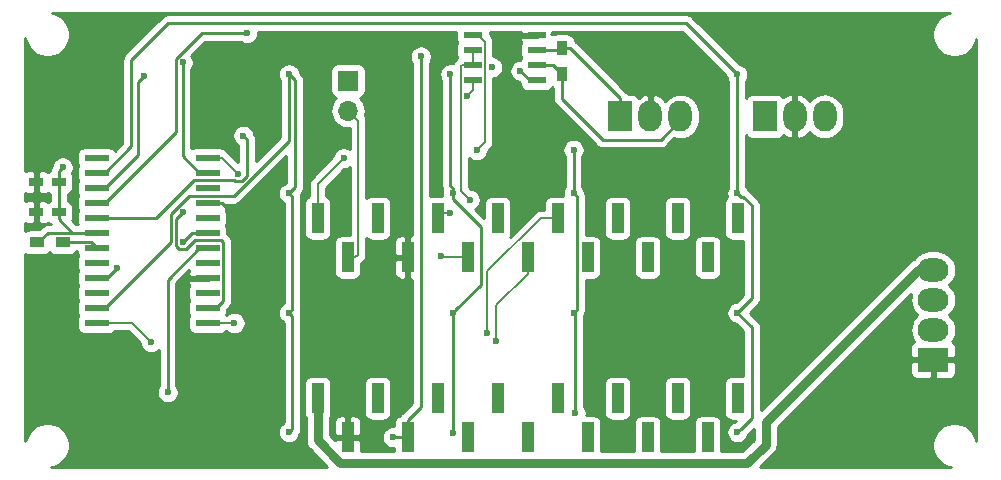
<source format=gbr>
G04 #@! TF.GenerationSoftware,KiCad,Pcbnew,(5.1.4-0-10_14)*
G04 #@! TF.CreationDate,2019-11-08T07:47:01+01:00*
G04 #@! TF.ProjectId,Caution Light Panel,43617574-696f-46e2-904c-696768742050,rev?*
G04 #@! TF.SameCoordinates,Original*
G04 #@! TF.FileFunction,Copper,L2,Bot*
G04 #@! TF.FilePolarity,Positive*
%FSLAX46Y46*%
G04 Gerber Fmt 4.6, Leading zero omitted, Abs format (unit mm)*
G04 Created by KiCad (PCBNEW (5.1.4-0-10_14)) date 2019-11-08 07:47:01*
%MOMM*%
%LPD*%
G04 APERTURE LIST*
%ADD10R,1.200000X0.750000*%
%ADD11R,2.000000X0.600000*%
%ADD12R,2.600000X2.000000*%
%ADD13O,2.600000X2.000000*%
%ADD14R,2.000000X2.600000*%
%ADD15O,2.000000X2.600000*%
%ADD16R,1.700000X1.700000*%
%ADD17O,1.700000X1.700000*%
%ADD18R,1.000000X2.510000*%
%ADD19R,0.900000X1.200000*%
%ADD20R,1.200000X0.900000*%
%ADD21R,1.550000X0.600000*%
%ADD22C,0.600000*%
%ADD23C,0.228600*%
%ADD24C,0.152400*%
%ADD25C,0.762000*%
%ADD26C,0.254000*%
G04 APERTURE END LIST*
D10*
X110170000Y-87630000D03*
X108270000Y-87630000D03*
X110170000Y-85090000D03*
X108270000Y-85090000D03*
D11*
X122760200Y-83032600D03*
X122760200Y-84302600D03*
X122760200Y-85572600D03*
X122760200Y-86842600D03*
X122760200Y-88112600D03*
X122760200Y-89382600D03*
X122760200Y-90652600D03*
X122760200Y-91922600D03*
X122760200Y-93192600D03*
X122760200Y-94462600D03*
X122760200Y-95732600D03*
X122760200Y-97002600D03*
X113360200Y-97002600D03*
X113360200Y-95732600D03*
X113360200Y-94462600D03*
X113360200Y-93192600D03*
X113360200Y-91922600D03*
X113360200Y-90652600D03*
X113360200Y-89382600D03*
X113360200Y-88112600D03*
X113360200Y-86842600D03*
X113360200Y-85572600D03*
X113360200Y-84302600D03*
X113360200Y-83032600D03*
D12*
X184188100Y-100114100D03*
D13*
X184188100Y-97574100D03*
X184188100Y-95034100D03*
X184188100Y-92494100D03*
D14*
X157708600Y-79514700D03*
D15*
X160248600Y-79514700D03*
X162788600Y-79514700D03*
D14*
X169926000Y-79509620D03*
D15*
X172466000Y-79509620D03*
X175006000Y-79509620D03*
D16*
X134645400Y-76471780D03*
D17*
X134645400Y-79011780D03*
D18*
X132080000Y-88130000D03*
X137160000Y-88130000D03*
X142240000Y-88130000D03*
X147320000Y-88130000D03*
X152400000Y-88130000D03*
X157480000Y-88130000D03*
X162560000Y-88130000D03*
X167640000Y-88130000D03*
X134620000Y-91440000D03*
X139700000Y-91440000D03*
X144780000Y-91440000D03*
X149860000Y-91440000D03*
X154940000Y-91440000D03*
X160020000Y-91440000D03*
X165100000Y-91440000D03*
X132080000Y-103370000D03*
X137160000Y-103370000D03*
X142240000Y-103370000D03*
X147320000Y-103370000D03*
X152400000Y-103370000D03*
X157480000Y-103370000D03*
X162560000Y-103370000D03*
X167640000Y-103370000D03*
X134620000Y-106680000D03*
X139700000Y-106680000D03*
X144780000Y-106680000D03*
X149860000Y-106680000D03*
X154940000Y-106680000D03*
X160020000Y-106680000D03*
X165100000Y-106680000D03*
D19*
X152763220Y-75918060D03*
X152763220Y-73718060D03*
D20*
X108290000Y-90170000D03*
X110490000Y-90170000D03*
D21*
X145224540Y-76436220D03*
X145224540Y-75166220D03*
X145224540Y-73896220D03*
X145224540Y-72626220D03*
X150624540Y-72626220D03*
X150624540Y-73896220D03*
X150624540Y-75166220D03*
X150624540Y-76436220D03*
D22*
X149240000Y-75650000D03*
X138430000Y-106680000D03*
X140815181Y-74420789D03*
X146870000Y-75360000D03*
X110490000Y-83820000D03*
X149210000Y-72790000D03*
X120650000Y-74930000D03*
X117348000Y-76073000D03*
X120650000Y-87630000D03*
X120650000Y-90170000D03*
X119380000Y-102870000D03*
X129641600Y-106248200D03*
X129641600Y-96139000D03*
X129641600Y-86029800D03*
X129651400Y-75930400D03*
X115060000Y-92380000D03*
X143305990Y-75930400D03*
X143510000Y-106273600D03*
X143510000Y-96139000D03*
X143509400Y-86030400D03*
X153911300Y-104645460D03*
X125790960Y-81135220D03*
X153744421Y-82346614D03*
X153760040Y-96140400D03*
X153753820Y-86029800D03*
X167604440Y-75953620D03*
X167619680Y-86006940D03*
X167622220Y-96133920D03*
X167622220Y-106243120D03*
X126111000Y-72450960D03*
X125350000Y-84410000D03*
X142560000Y-91340000D03*
X125040000Y-97000000D03*
X146460000Y-97830000D03*
X117950000Y-98610000D03*
X147190000Y-98550000D03*
X144749549Y-77754887D03*
X134270000Y-83050000D03*
X145550000Y-82380000D03*
X143280000Y-87670000D03*
X144970000Y-86570000D03*
D23*
X149240000Y-75650000D02*
X150026220Y-76436220D01*
X150026220Y-76436220D02*
X150624540Y-76436220D01*
X138430000Y-106680000D02*
X139700000Y-106680000D01*
X140815181Y-74845053D02*
X140815181Y-74420789D01*
X140815181Y-104081219D02*
X140815181Y-74845053D01*
X139700000Y-106680000D02*
X139700000Y-105196400D01*
X139700000Y-105196400D02*
X140815181Y-104081219D01*
X110170000Y-85090000D02*
X110170000Y-84140000D01*
X110170000Y-84140000D02*
X110490000Y-83820000D01*
X150149540Y-76436220D02*
X150624540Y-76436220D01*
X110170000Y-87630000D02*
X110170000Y-85090000D01*
X113360200Y-89382600D02*
X111319000Y-89382600D01*
X111319000Y-89382600D02*
X110170000Y-88233600D01*
X110170000Y-88233600D02*
X110170000Y-87630000D01*
X108290000Y-90170000D02*
X108440000Y-90170000D01*
X112131600Y-89382600D02*
X113360200Y-89382600D01*
X108440000Y-90170000D02*
X109227400Y-89382600D01*
X109227400Y-89382600D02*
X112131600Y-89382600D01*
X149487160Y-72760000D02*
X149240000Y-72760000D01*
X149240000Y-72760000D02*
X149210000Y-72790000D01*
X150624540Y-72626220D02*
X149620940Y-72626220D01*
X149620940Y-72626220D02*
X149487160Y-72760000D01*
X122760200Y-86842600D02*
X123988800Y-86842600D01*
X123988800Y-86842600D02*
X124436200Y-87290000D01*
X120650000Y-82892400D02*
X120650000Y-74930000D01*
X122760200Y-84302600D02*
X122060200Y-84302600D01*
X122060200Y-84302600D02*
X120650000Y-82892400D01*
X116840000Y-76581000D02*
X117348000Y-76073000D01*
X116840000Y-77470000D02*
X116840000Y-76581000D01*
X116840000Y-82792800D02*
X116840000Y-77470000D01*
X113360200Y-85572600D02*
X114060200Y-85572600D01*
X114060200Y-85572600D02*
X116840000Y-82792800D01*
X120350001Y-87929999D02*
X120650000Y-87630000D01*
X120057898Y-90454210D02*
X120057898Y-88222102D01*
X120057898Y-88222102D02*
X120350001Y-87929999D01*
X120934210Y-90762102D02*
X120365790Y-90762102D01*
X123460200Y-95732600D02*
X124052301Y-95140499D01*
X121721611Y-89974701D02*
X120934210Y-90762102D01*
X122760200Y-95732600D02*
X123460200Y-95732600D01*
X123908083Y-89974701D02*
X121721611Y-89974701D01*
X120365790Y-90762102D02*
X120057898Y-90454210D01*
X124052301Y-95140499D02*
X124052301Y-90118919D01*
X124052301Y-90118919D02*
X123908083Y-89974701D01*
X122760200Y-89382600D02*
X121437400Y-89382600D01*
X121437400Y-89382600D02*
X120650000Y-90170000D01*
X122760200Y-90652600D02*
X122060200Y-90652600D01*
X122060200Y-90652600D02*
X119380000Y-93332800D01*
X119380000Y-93332800D02*
X119380000Y-102870000D01*
X124960564Y-86250499D02*
X129651400Y-81559663D01*
X121153189Y-86250499D02*
X124960564Y-86250499D01*
X119651487Y-87752201D02*
X121153189Y-86250499D01*
X129651400Y-76354664D02*
X129651400Y-75930400D01*
X119651487Y-90141313D02*
X119651487Y-87752201D01*
X114060200Y-95732600D02*
X119651487Y-90141313D01*
X129651400Y-81559663D02*
X129651400Y-76354664D01*
X113360200Y-95732600D02*
X114060200Y-95732600D01*
X129641600Y-86029800D02*
X130164540Y-85506860D01*
X130164540Y-85506860D02*
X130164540Y-76443540D01*
X130164540Y-76443540D02*
X129651400Y-75930400D01*
X129641600Y-96139000D02*
X129941599Y-95839001D01*
X129941599Y-95839001D02*
X129941599Y-86329799D01*
X129941599Y-86329799D02*
X129641600Y-86029800D01*
X129641600Y-106248200D02*
X129941599Y-105948201D01*
X129941599Y-105948201D02*
X129941599Y-96438999D01*
X129941599Y-96438999D02*
X129641600Y-96139000D01*
X115060000Y-92380000D02*
X114247400Y-93192600D01*
X114247400Y-93192600D02*
X113360200Y-93192600D01*
X143509400Y-86030400D02*
X143509400Y-86510422D01*
X143509400Y-86510422D02*
X145889983Y-88891005D01*
X145889983Y-93759017D02*
X143809999Y-95839001D01*
X145889983Y-88891005D02*
X145889983Y-93759017D01*
X143809999Y-95839001D02*
X143510000Y-96139000D01*
X143305990Y-85402726D02*
X143305990Y-75930400D01*
X143509400Y-85606136D02*
X143305990Y-85402726D01*
X143509400Y-86030400D02*
X143509400Y-85606136D01*
X113360200Y-93192600D02*
X114060200Y-93192600D01*
X143510000Y-96139000D02*
X143510000Y-96563264D01*
X143510000Y-96563264D02*
X143510000Y-106273600D01*
X153911300Y-104645460D02*
X153911300Y-96291660D01*
X153911300Y-96291660D02*
X153760040Y-96140400D01*
X124958389Y-84894701D02*
X125065790Y-85002102D01*
X126090959Y-81435219D02*
X125790960Y-81135220D01*
X125634210Y-85002102D02*
X126090959Y-84545353D01*
X126090959Y-84545353D02*
X126090959Y-81435219D01*
X125065790Y-85002102D02*
X125634210Y-85002102D01*
X121612317Y-84894701D02*
X124958389Y-84894701D01*
X118394418Y-88112600D02*
X121612317Y-84894701D01*
X113360200Y-88112600D02*
X118394418Y-88112600D01*
X153753820Y-86029800D02*
X153753820Y-82356013D01*
X153753820Y-82356013D02*
X153744421Y-82346614D01*
X153760040Y-96140400D02*
X154060039Y-95840401D01*
X154060039Y-95840401D02*
X154060039Y-86336019D01*
X154060039Y-86336019D02*
X154053819Y-86329799D01*
X154053819Y-86329799D02*
X153753820Y-86029800D01*
X113360200Y-84302600D02*
X114060200Y-84302600D01*
X114060200Y-84302600D02*
X116306600Y-82056200D01*
X116306600Y-82056200D02*
X116306600Y-74731880D01*
X116306600Y-74731880D02*
X119449277Y-71589203D01*
X119449277Y-71589203D02*
X163240023Y-71589203D01*
X163240023Y-71589203D02*
X167304441Y-75653621D01*
X167304441Y-75653621D02*
X167604440Y-75953620D01*
X167622220Y-96133920D02*
X168841803Y-97353503D01*
X168841803Y-97353503D02*
X168841803Y-105023537D01*
X168841803Y-105023537D02*
X167922219Y-105943121D01*
X167922219Y-105943121D02*
X167622220Y-106243120D01*
X167619680Y-86006940D02*
X167919679Y-86306939D01*
X167919679Y-86306939D02*
X168097721Y-86306939D01*
X168097721Y-86306939D02*
X168841803Y-87051021D01*
X168841803Y-87051021D02*
X168841803Y-94914337D01*
X168841803Y-94914337D02*
X167922219Y-95833921D01*
X167922219Y-95833921D02*
X167622220Y-96133920D01*
X167604440Y-75953620D02*
X167604440Y-85991700D01*
X167604440Y-85991700D02*
X167619680Y-86006940D01*
X125686736Y-72450960D02*
X126111000Y-72450960D01*
X122252730Y-72450960D02*
X125686736Y-72450960D01*
X120057899Y-74645791D02*
X122252730Y-72450960D01*
X120057899Y-80844901D02*
X120057899Y-74645791D01*
X114060200Y-86842600D02*
X120057899Y-80844901D01*
X113360200Y-86842600D02*
X114060200Y-86842600D01*
D24*
X123972600Y-83032600D02*
X125350000Y-84410000D01*
X122760200Y-83032600D02*
X123972600Y-83032600D01*
X144780000Y-91440000D02*
X142660000Y-91440000D01*
X142660000Y-91440000D02*
X142560000Y-91340000D01*
X125040000Y-97000000D02*
X122762800Y-97000000D01*
X122762800Y-97000000D02*
X122760200Y-97002600D01*
X146460000Y-92627798D02*
X146460000Y-97830000D01*
X152400000Y-88130000D02*
X150957798Y-88130000D01*
X150957798Y-88130000D02*
X146460000Y-92627798D01*
X117950000Y-98610000D02*
X116342600Y-97002600D01*
X116342600Y-97002600D02*
X113360200Y-97002600D01*
X147190000Y-95517400D02*
X147190000Y-98550000D01*
X149860000Y-91440000D02*
X149860000Y-92847400D01*
X149860000Y-92847400D02*
X147190000Y-95517400D01*
D23*
X110490000Y-90170000D02*
X112877600Y-90170000D01*
X112877600Y-90170000D02*
X113360200Y-90652600D01*
D25*
X184188100Y-92494100D02*
X182923858Y-92494100D01*
X182923858Y-92494100D02*
X170000000Y-105417958D01*
X133969050Y-108835612D02*
X132080000Y-106946562D01*
X170000000Y-105417958D02*
X170000000Y-107290000D01*
X170000000Y-107290000D02*
X168454388Y-108835612D01*
X168454388Y-108835612D02*
X133969050Y-108835612D01*
X132080000Y-106946562D02*
X132080000Y-105387000D01*
X132080000Y-105387000D02*
X132080000Y-103370000D01*
X132080000Y-104125000D02*
X132080000Y-103370000D01*
D23*
X152763220Y-73718060D02*
X153441820Y-73718060D01*
X153441820Y-73718060D02*
X157708600Y-77984840D01*
X157708600Y-77984840D02*
X157708600Y-77986100D01*
X157708600Y-77986100D02*
X157708600Y-79514700D01*
X150624540Y-73896220D02*
X152585060Y-73896220D01*
X152585060Y-73896220D02*
X152763220Y-73718060D01*
X152763220Y-75918060D02*
X152763220Y-78017336D01*
X152763220Y-78017336D02*
X156213987Y-81468103D01*
X156213987Y-81468103D02*
X161135197Y-81468103D01*
X161135197Y-81468103D02*
X162788600Y-79814700D01*
X162788600Y-79814700D02*
X162788600Y-79514700D01*
X150624540Y-75166220D02*
X152011380Y-75166220D01*
X152011380Y-75166220D02*
X152763220Y-75918060D01*
D24*
X145224540Y-76436220D02*
X145224540Y-77279896D01*
X145224540Y-77279896D02*
X145049548Y-77454888D01*
X145049548Y-77454888D02*
X144749549Y-77754887D01*
X135272400Y-91440000D02*
X134620000Y-91440000D01*
X135495399Y-91217001D02*
X135272400Y-91440000D01*
X135495399Y-79861779D02*
X135495399Y-91217001D01*
X134645400Y-79011780D02*
X135495399Y-79861779D01*
X134270000Y-83050000D02*
X132080000Y-85240000D01*
X132080000Y-85240000D02*
X132080000Y-88130000D01*
X146253541Y-81676459D02*
X145550000Y-82380000D01*
X145224540Y-72626220D02*
X145699540Y-72626220D01*
X145699540Y-72626220D02*
X146253541Y-73180221D01*
X146253541Y-73180221D02*
X146253541Y-81676459D01*
X143280000Y-87670000D02*
X142700000Y-87670000D01*
X142700000Y-87670000D02*
X142240000Y-88130000D01*
X144195539Y-85795539D02*
X144970000Y-86570000D01*
X144195539Y-75267821D02*
X144195539Y-85795539D01*
X145224540Y-75166220D02*
X144297140Y-75166220D01*
X144297140Y-75166220D02*
X144195539Y-75267821D01*
X145224540Y-73896220D02*
X145224540Y-75166220D01*
D26*
G36*
X185444766Y-70787839D02*
G01*
X185101718Y-70929934D01*
X184792982Y-71136225D01*
X184530425Y-71398782D01*
X184324134Y-71707518D01*
X184182039Y-72050566D01*
X184109600Y-72414744D01*
X184109600Y-72786056D01*
X184182039Y-73150234D01*
X184324134Y-73493282D01*
X184530425Y-73802018D01*
X184792982Y-74064575D01*
X185101718Y-74270866D01*
X185444766Y-74412961D01*
X185808944Y-74485400D01*
X186180256Y-74485400D01*
X186544434Y-74412961D01*
X186887482Y-74270866D01*
X187196218Y-74064575D01*
X187458775Y-73802018D01*
X187665066Y-73493282D01*
X187807161Y-73150234D01*
X187839601Y-72987146D01*
X187839600Y-106953649D01*
X187807161Y-106790566D01*
X187665066Y-106447518D01*
X187458775Y-106138782D01*
X187196218Y-105876225D01*
X186887482Y-105669934D01*
X186544434Y-105527839D01*
X186180256Y-105455400D01*
X185808944Y-105455400D01*
X185444766Y-105527839D01*
X185101718Y-105669934D01*
X184792982Y-105876225D01*
X184530425Y-106138782D01*
X184324134Y-106447518D01*
X184182039Y-106790566D01*
X184109600Y-107154744D01*
X184109600Y-107526056D01*
X184182039Y-107890234D01*
X184324134Y-108233282D01*
X184530425Y-108542018D01*
X184792982Y-108804575D01*
X185101718Y-109010866D01*
X185444766Y-109152961D01*
X185679238Y-109199600D01*
X169527240Y-109199600D01*
X170683133Y-108043708D01*
X170721896Y-108011896D01*
X170848860Y-107857190D01*
X170943202Y-107680687D01*
X170990109Y-107526056D01*
X171001298Y-107489172D01*
X171007195Y-107429300D01*
X171016000Y-107339902D01*
X171016000Y-107339895D01*
X171020914Y-107290001D01*
X171016000Y-107240107D01*
X171016000Y-105838798D01*
X175740698Y-101114100D01*
X182250028Y-101114100D01*
X182262288Y-101238582D01*
X182298598Y-101358280D01*
X182357563Y-101468594D01*
X182436915Y-101565285D01*
X182533606Y-101644637D01*
X182643920Y-101703602D01*
X182763618Y-101739912D01*
X182888100Y-101752172D01*
X183902350Y-101749100D01*
X184061100Y-101590350D01*
X184061100Y-100241100D01*
X184315100Y-100241100D01*
X184315100Y-101590350D01*
X184473850Y-101749100D01*
X185488100Y-101752172D01*
X185612582Y-101739912D01*
X185732280Y-101703602D01*
X185842594Y-101644637D01*
X185939285Y-101565285D01*
X186018637Y-101468594D01*
X186077602Y-101358280D01*
X186113912Y-101238582D01*
X186126172Y-101114100D01*
X186123100Y-100399850D01*
X185964350Y-100241100D01*
X184315100Y-100241100D01*
X184061100Y-100241100D01*
X182411850Y-100241100D01*
X182253100Y-100399850D01*
X182250028Y-101114100D01*
X175740698Y-101114100D01*
X182335777Y-94519022D01*
X182276757Y-94713584D01*
X182245189Y-95034100D01*
X182276757Y-95354616D01*
X182370248Y-95662815D01*
X182522069Y-95946852D01*
X182726386Y-96195814D01*
X182858333Y-96304100D01*
X182726386Y-96412386D01*
X182522069Y-96661348D01*
X182370248Y-96945385D01*
X182276757Y-97253584D01*
X182245189Y-97574100D01*
X182276757Y-97894616D01*
X182370248Y-98202815D01*
X182522069Y-98486852D01*
X182580755Y-98558361D01*
X182533606Y-98583563D01*
X182436915Y-98662915D01*
X182357563Y-98759606D01*
X182298598Y-98869920D01*
X182262288Y-98989618D01*
X182250028Y-99114100D01*
X182253100Y-99828350D01*
X182411850Y-99987100D01*
X184061100Y-99987100D01*
X184061100Y-99967100D01*
X184315100Y-99967100D01*
X184315100Y-99987100D01*
X185964350Y-99987100D01*
X186123100Y-99828350D01*
X186126172Y-99114100D01*
X186113912Y-98989618D01*
X186077602Y-98869920D01*
X186018637Y-98759606D01*
X185939285Y-98662915D01*
X185842594Y-98583563D01*
X185795445Y-98558361D01*
X185854131Y-98486852D01*
X186005952Y-98202815D01*
X186099443Y-97894616D01*
X186131011Y-97574100D01*
X186099443Y-97253584D01*
X186005952Y-96945385D01*
X185854131Y-96661348D01*
X185649814Y-96412386D01*
X185517867Y-96304100D01*
X185649814Y-96195814D01*
X185854131Y-95946852D01*
X186005952Y-95662815D01*
X186099443Y-95354616D01*
X186131011Y-95034100D01*
X186099443Y-94713584D01*
X186005952Y-94405385D01*
X185854131Y-94121348D01*
X185649814Y-93872386D01*
X185517867Y-93764100D01*
X185649814Y-93655814D01*
X185854131Y-93406852D01*
X186005952Y-93122815D01*
X186099443Y-92814616D01*
X186131011Y-92494100D01*
X186099443Y-92173584D01*
X186005952Y-91865385D01*
X185854131Y-91581348D01*
X185649814Y-91332386D01*
X185400852Y-91128069D01*
X185116815Y-90976248D01*
X184808616Y-90882757D01*
X184568422Y-90859100D01*
X183807778Y-90859100D01*
X183567584Y-90882757D01*
X183259385Y-90976248D01*
X182975348Y-91128069D01*
X182726386Y-91332386D01*
X182551662Y-91545289D01*
X182533171Y-91550898D01*
X182356668Y-91645240D01*
X182201962Y-91772204D01*
X182170150Y-91810967D01*
X169591103Y-104390015D01*
X169591103Y-97390299D01*
X169594727Y-97353503D01*
X169591103Y-97316707D01*
X169591103Y-97316697D01*
X169580261Y-97206615D01*
X169537415Y-97065371D01*
X169503229Y-97001414D01*
X169467837Y-96935199D01*
X169397664Y-96849693D01*
X169397657Y-96849686D01*
X169374201Y-96821105D01*
X169345621Y-96797650D01*
X168681890Y-96133920D01*
X169345614Y-95470196D01*
X169374201Y-95446735D01*
X169397663Y-95418147D01*
X169467837Y-95332641D01*
X169497011Y-95278060D01*
X169537415Y-95202469D01*
X169580261Y-95061225D01*
X169591103Y-94951143D01*
X169591103Y-94951134D01*
X169594727Y-94914338D01*
X169591103Y-94877542D01*
X169591103Y-87087817D01*
X169594727Y-87051021D01*
X169591103Y-87014225D01*
X169591103Y-87014215D01*
X169580261Y-86904133D01*
X169537415Y-86762889D01*
X169516876Y-86724463D01*
X169467837Y-86632717D01*
X169397663Y-86547211D01*
X169397661Y-86547209D01*
X169374201Y-86518623D01*
X169345615Y-86495163D01*
X168653584Y-85803133D01*
X168630119Y-85774541D01*
X168516024Y-85680905D01*
X168491164Y-85667617D01*
X168448266Y-85564051D01*
X168353740Y-85422583D01*
X168353740Y-81086057D01*
X168395463Y-81164114D01*
X168474815Y-81260805D01*
X168571506Y-81340157D01*
X168681820Y-81399122D01*
X168801518Y-81435432D01*
X168926000Y-81447692D01*
X170926000Y-81447692D01*
X171050482Y-81435432D01*
X171170180Y-81399122D01*
X171280494Y-81340157D01*
X171377185Y-81260805D01*
X171456537Y-81164114D01*
X171483338Y-81113973D01*
X171663239Y-81239630D01*
X171957645Y-81368764D01*
X172085566Y-81399744D01*
X172339000Y-81280397D01*
X172339000Y-79636620D01*
X172319000Y-79636620D01*
X172319000Y-79382620D01*
X172339000Y-79382620D01*
X172339000Y-77738843D01*
X172593000Y-77738843D01*
X172593000Y-79382620D01*
X172613000Y-79382620D01*
X172613000Y-79636620D01*
X172593000Y-79636620D01*
X172593000Y-81280397D01*
X172846434Y-81399744D01*
X172974355Y-81368764D01*
X173268761Y-81239630D01*
X173532317Y-81055542D01*
X173737716Y-80841478D01*
X173844286Y-80971334D01*
X174093249Y-81175651D01*
X174377286Y-81327472D01*
X174685485Y-81420963D01*
X175006000Y-81452531D01*
X175326516Y-81420963D01*
X175634715Y-81327472D01*
X175918752Y-81175651D01*
X176167714Y-80971334D01*
X176372031Y-80722372D01*
X176523852Y-80438335D01*
X176617343Y-80130135D01*
X176641000Y-79889941D01*
X176641000Y-79129298D01*
X176617343Y-78889104D01*
X176523852Y-78580905D01*
X176372031Y-78296868D01*
X176167714Y-78047906D01*
X175918751Y-77843589D01*
X175634714Y-77691768D01*
X175326515Y-77598277D01*
X175006000Y-77566709D01*
X174685484Y-77598277D01*
X174377285Y-77691768D01*
X174093248Y-77843589D01*
X173844286Y-78047906D01*
X173737716Y-78177763D01*
X173532317Y-77963698D01*
X173268761Y-77779610D01*
X172974355Y-77650476D01*
X172846434Y-77619496D01*
X172593000Y-77738843D01*
X172339000Y-77738843D01*
X172085566Y-77619496D01*
X171957645Y-77650476D01*
X171663239Y-77779610D01*
X171483338Y-77905267D01*
X171456537Y-77855126D01*
X171377185Y-77758435D01*
X171280494Y-77679083D01*
X171170180Y-77620118D01*
X171050482Y-77583808D01*
X170926000Y-77571548D01*
X168926000Y-77571548D01*
X168801518Y-77583808D01*
X168681820Y-77620118D01*
X168571506Y-77679083D01*
X168474815Y-77758435D01*
X168395463Y-77855126D01*
X168353740Y-77933183D01*
X168353740Y-76515169D01*
X168433026Y-76396509D01*
X168503508Y-76226349D01*
X168539440Y-76045709D01*
X168539440Y-75861531D01*
X168503508Y-75680891D01*
X168433026Y-75510731D01*
X168330702Y-75357592D01*
X168200468Y-75227358D01*
X168047329Y-75125034D01*
X167877169Y-75054552D01*
X167737200Y-75026710D01*
X163795886Y-71085397D01*
X163772421Y-71056805D01*
X163658326Y-70963169D01*
X163528155Y-70893591D01*
X163386911Y-70850745D01*
X163276829Y-70839903D01*
X163276818Y-70839903D01*
X163240023Y-70836279D01*
X163203228Y-70839903D01*
X119486072Y-70839903D01*
X119449276Y-70836279D01*
X119412480Y-70839903D01*
X119412471Y-70839903D01*
X119302389Y-70850745D01*
X119161145Y-70893591D01*
X119030974Y-70963169D01*
X118916879Y-71056805D01*
X118893418Y-71085392D01*
X115802789Y-74176022D01*
X115774203Y-74199482D01*
X115750743Y-74228068D01*
X115750740Y-74228071D01*
X115680566Y-74313577D01*
X115610988Y-74443749D01*
X115587174Y-74522254D01*
X115568143Y-74584992D01*
X115559519Y-74672554D01*
X115553676Y-74731880D01*
X115557301Y-74768685D01*
X115557300Y-81745830D01*
X114902680Y-82400450D01*
X114890737Y-82378106D01*
X114811385Y-82281415D01*
X114714694Y-82202063D01*
X114604380Y-82143098D01*
X114484682Y-82106788D01*
X114360200Y-82094528D01*
X112360200Y-82094528D01*
X112235718Y-82106788D01*
X112116020Y-82143098D01*
X112005706Y-82202063D01*
X111909015Y-82281415D01*
X111829663Y-82378106D01*
X111770698Y-82488420D01*
X111734388Y-82608118D01*
X111722128Y-82732600D01*
X111722128Y-83332600D01*
X111734388Y-83457082D01*
X111770698Y-83576780D01*
X111819243Y-83667600D01*
X111770698Y-83758420D01*
X111734388Y-83878118D01*
X111722128Y-84002600D01*
X111722128Y-84602600D01*
X111734388Y-84727082D01*
X111770698Y-84846780D01*
X111819243Y-84937600D01*
X111770698Y-85028420D01*
X111734388Y-85148118D01*
X111722128Y-85272600D01*
X111722128Y-85872600D01*
X111734388Y-85997082D01*
X111770698Y-86116780D01*
X111819243Y-86207600D01*
X111770698Y-86298420D01*
X111734388Y-86418118D01*
X111722128Y-86542600D01*
X111722128Y-87142600D01*
X111734388Y-87267082D01*
X111770698Y-87386780D01*
X111819243Y-87477600D01*
X111770698Y-87568420D01*
X111734388Y-87688118D01*
X111722128Y-87812600D01*
X111722128Y-88412600D01*
X111734388Y-88537082D01*
X111763575Y-88633300D01*
X111629370Y-88633300D01*
X111319704Y-88323635D01*
X111359502Y-88249180D01*
X111395812Y-88129482D01*
X111408072Y-88005000D01*
X111408072Y-87255000D01*
X111395812Y-87130518D01*
X111359502Y-87010820D01*
X111300537Y-86900506D01*
X111221185Y-86803815D01*
X111124494Y-86724463D01*
X111014180Y-86665498D01*
X110919300Y-86636716D01*
X110919300Y-86083284D01*
X111014180Y-86054502D01*
X111124494Y-85995537D01*
X111221185Y-85916185D01*
X111300537Y-85819494D01*
X111359502Y-85709180D01*
X111395812Y-85589482D01*
X111408072Y-85465000D01*
X111408072Y-84715000D01*
X111395812Y-84590518D01*
X111359502Y-84470820D01*
X111300537Y-84360506D01*
X111274533Y-84328820D01*
X111318586Y-84262889D01*
X111389068Y-84092729D01*
X111425000Y-83912089D01*
X111425000Y-83727911D01*
X111389068Y-83547271D01*
X111318586Y-83377111D01*
X111216262Y-83223972D01*
X111086028Y-83093738D01*
X110932889Y-82991414D01*
X110762729Y-82920932D01*
X110582089Y-82885000D01*
X110397911Y-82885000D01*
X110217271Y-82920932D01*
X110047111Y-82991414D01*
X109893972Y-83093738D01*
X109763738Y-83223972D01*
X109661414Y-83377111D01*
X109590932Y-83547271D01*
X109560161Y-83701963D01*
X109543966Y-83721697D01*
X109474388Y-83851869D01*
X109450139Y-83931809D01*
X109431543Y-83993112D01*
X109421732Y-84092729D01*
X109421359Y-84096517D01*
X109325820Y-84125498D01*
X109220000Y-84182061D01*
X109114180Y-84125498D01*
X108994482Y-84089188D01*
X108870000Y-84076928D01*
X108555750Y-84080000D01*
X108397000Y-84238750D01*
X108397000Y-84963000D01*
X108417000Y-84963000D01*
X108417000Y-85217000D01*
X108397000Y-85217000D01*
X108397000Y-85941250D01*
X108555750Y-86100000D01*
X108870000Y-86103072D01*
X108994482Y-86090812D01*
X109114180Y-86054502D01*
X109220000Y-85997939D01*
X109325820Y-86054502D01*
X109420701Y-86083284D01*
X109420700Y-86636716D01*
X109325820Y-86665498D01*
X109220000Y-86722061D01*
X109114180Y-86665498D01*
X108994482Y-86629188D01*
X108870000Y-86616928D01*
X108555750Y-86620000D01*
X108397000Y-86778750D01*
X108397000Y-87503000D01*
X108417000Y-87503000D01*
X108417000Y-87757000D01*
X108397000Y-87757000D01*
X108397000Y-88481250D01*
X108555750Y-88640000D01*
X108870000Y-88643072D01*
X108994482Y-88630812D01*
X109114180Y-88594502D01*
X109220000Y-88537939D01*
X109325820Y-88594502D01*
X109445518Y-88630812D01*
X109470780Y-88633300D01*
X109264196Y-88633300D01*
X109227400Y-88629676D01*
X109190604Y-88633300D01*
X109190594Y-88633300D01*
X109080512Y-88644142D01*
X108939268Y-88686988D01*
X108809097Y-88756566D01*
X108723590Y-88826739D01*
X108723583Y-88826746D01*
X108695002Y-88850202D01*
X108671546Y-88878784D01*
X108468402Y-89081928D01*
X107690000Y-89081928D01*
X107565518Y-89094188D01*
X107445820Y-89130498D01*
X107335506Y-89189463D01*
X107333600Y-89191027D01*
X107333600Y-88545209D01*
X107425820Y-88594502D01*
X107545518Y-88630812D01*
X107670000Y-88643072D01*
X107984250Y-88640000D01*
X108143000Y-88481250D01*
X108143000Y-87757000D01*
X108123000Y-87757000D01*
X108123000Y-87503000D01*
X108143000Y-87503000D01*
X108143000Y-86778750D01*
X107984250Y-86620000D01*
X107670000Y-86616928D01*
X107545518Y-86629188D01*
X107425820Y-86665498D01*
X107333600Y-86714791D01*
X107333600Y-86005209D01*
X107425820Y-86054502D01*
X107545518Y-86090812D01*
X107670000Y-86103072D01*
X107984250Y-86100000D01*
X108143000Y-85941250D01*
X108143000Y-85217000D01*
X108123000Y-85217000D01*
X108123000Y-84963000D01*
X108143000Y-84963000D01*
X108143000Y-84238750D01*
X107984250Y-84080000D01*
X107670000Y-84076928D01*
X107545518Y-84089188D01*
X107425820Y-84125498D01*
X107333600Y-84174791D01*
X107333600Y-72906713D01*
X107382039Y-73150234D01*
X107524134Y-73493282D01*
X107730425Y-73802018D01*
X107992982Y-74064575D01*
X108301718Y-74270866D01*
X108644766Y-74412961D01*
X109008944Y-74485400D01*
X109380256Y-74485400D01*
X109744434Y-74412961D01*
X110087482Y-74270866D01*
X110396218Y-74064575D01*
X110658775Y-73802018D01*
X110865066Y-73493282D01*
X111007161Y-73150234D01*
X111079600Y-72786056D01*
X111079600Y-72414744D01*
X111007161Y-72050566D01*
X110865066Y-71707518D01*
X110658775Y-71398782D01*
X110396218Y-71136225D01*
X110087482Y-70929934D01*
X109744434Y-70787839D01*
X109572302Y-70753600D01*
X185616898Y-70753600D01*
X185444766Y-70787839D01*
X185444766Y-70787839D01*
G37*
X185444766Y-70787839D02*
X185101718Y-70929934D01*
X184792982Y-71136225D01*
X184530425Y-71398782D01*
X184324134Y-71707518D01*
X184182039Y-72050566D01*
X184109600Y-72414744D01*
X184109600Y-72786056D01*
X184182039Y-73150234D01*
X184324134Y-73493282D01*
X184530425Y-73802018D01*
X184792982Y-74064575D01*
X185101718Y-74270866D01*
X185444766Y-74412961D01*
X185808944Y-74485400D01*
X186180256Y-74485400D01*
X186544434Y-74412961D01*
X186887482Y-74270866D01*
X187196218Y-74064575D01*
X187458775Y-73802018D01*
X187665066Y-73493282D01*
X187807161Y-73150234D01*
X187839601Y-72987146D01*
X187839600Y-106953649D01*
X187807161Y-106790566D01*
X187665066Y-106447518D01*
X187458775Y-106138782D01*
X187196218Y-105876225D01*
X186887482Y-105669934D01*
X186544434Y-105527839D01*
X186180256Y-105455400D01*
X185808944Y-105455400D01*
X185444766Y-105527839D01*
X185101718Y-105669934D01*
X184792982Y-105876225D01*
X184530425Y-106138782D01*
X184324134Y-106447518D01*
X184182039Y-106790566D01*
X184109600Y-107154744D01*
X184109600Y-107526056D01*
X184182039Y-107890234D01*
X184324134Y-108233282D01*
X184530425Y-108542018D01*
X184792982Y-108804575D01*
X185101718Y-109010866D01*
X185444766Y-109152961D01*
X185679238Y-109199600D01*
X169527240Y-109199600D01*
X170683133Y-108043708D01*
X170721896Y-108011896D01*
X170848860Y-107857190D01*
X170943202Y-107680687D01*
X170990109Y-107526056D01*
X171001298Y-107489172D01*
X171007195Y-107429300D01*
X171016000Y-107339902D01*
X171016000Y-107339895D01*
X171020914Y-107290001D01*
X171016000Y-107240107D01*
X171016000Y-105838798D01*
X175740698Y-101114100D01*
X182250028Y-101114100D01*
X182262288Y-101238582D01*
X182298598Y-101358280D01*
X182357563Y-101468594D01*
X182436915Y-101565285D01*
X182533606Y-101644637D01*
X182643920Y-101703602D01*
X182763618Y-101739912D01*
X182888100Y-101752172D01*
X183902350Y-101749100D01*
X184061100Y-101590350D01*
X184061100Y-100241100D01*
X184315100Y-100241100D01*
X184315100Y-101590350D01*
X184473850Y-101749100D01*
X185488100Y-101752172D01*
X185612582Y-101739912D01*
X185732280Y-101703602D01*
X185842594Y-101644637D01*
X185939285Y-101565285D01*
X186018637Y-101468594D01*
X186077602Y-101358280D01*
X186113912Y-101238582D01*
X186126172Y-101114100D01*
X186123100Y-100399850D01*
X185964350Y-100241100D01*
X184315100Y-100241100D01*
X184061100Y-100241100D01*
X182411850Y-100241100D01*
X182253100Y-100399850D01*
X182250028Y-101114100D01*
X175740698Y-101114100D01*
X182335777Y-94519022D01*
X182276757Y-94713584D01*
X182245189Y-95034100D01*
X182276757Y-95354616D01*
X182370248Y-95662815D01*
X182522069Y-95946852D01*
X182726386Y-96195814D01*
X182858333Y-96304100D01*
X182726386Y-96412386D01*
X182522069Y-96661348D01*
X182370248Y-96945385D01*
X182276757Y-97253584D01*
X182245189Y-97574100D01*
X182276757Y-97894616D01*
X182370248Y-98202815D01*
X182522069Y-98486852D01*
X182580755Y-98558361D01*
X182533606Y-98583563D01*
X182436915Y-98662915D01*
X182357563Y-98759606D01*
X182298598Y-98869920D01*
X182262288Y-98989618D01*
X182250028Y-99114100D01*
X182253100Y-99828350D01*
X182411850Y-99987100D01*
X184061100Y-99987100D01*
X184061100Y-99967100D01*
X184315100Y-99967100D01*
X184315100Y-99987100D01*
X185964350Y-99987100D01*
X186123100Y-99828350D01*
X186126172Y-99114100D01*
X186113912Y-98989618D01*
X186077602Y-98869920D01*
X186018637Y-98759606D01*
X185939285Y-98662915D01*
X185842594Y-98583563D01*
X185795445Y-98558361D01*
X185854131Y-98486852D01*
X186005952Y-98202815D01*
X186099443Y-97894616D01*
X186131011Y-97574100D01*
X186099443Y-97253584D01*
X186005952Y-96945385D01*
X185854131Y-96661348D01*
X185649814Y-96412386D01*
X185517867Y-96304100D01*
X185649814Y-96195814D01*
X185854131Y-95946852D01*
X186005952Y-95662815D01*
X186099443Y-95354616D01*
X186131011Y-95034100D01*
X186099443Y-94713584D01*
X186005952Y-94405385D01*
X185854131Y-94121348D01*
X185649814Y-93872386D01*
X185517867Y-93764100D01*
X185649814Y-93655814D01*
X185854131Y-93406852D01*
X186005952Y-93122815D01*
X186099443Y-92814616D01*
X186131011Y-92494100D01*
X186099443Y-92173584D01*
X186005952Y-91865385D01*
X185854131Y-91581348D01*
X185649814Y-91332386D01*
X185400852Y-91128069D01*
X185116815Y-90976248D01*
X184808616Y-90882757D01*
X184568422Y-90859100D01*
X183807778Y-90859100D01*
X183567584Y-90882757D01*
X183259385Y-90976248D01*
X182975348Y-91128069D01*
X182726386Y-91332386D01*
X182551662Y-91545289D01*
X182533171Y-91550898D01*
X182356668Y-91645240D01*
X182201962Y-91772204D01*
X182170150Y-91810967D01*
X169591103Y-104390015D01*
X169591103Y-97390299D01*
X169594727Y-97353503D01*
X169591103Y-97316707D01*
X169591103Y-97316697D01*
X169580261Y-97206615D01*
X169537415Y-97065371D01*
X169503229Y-97001414D01*
X169467837Y-96935199D01*
X169397664Y-96849693D01*
X169397657Y-96849686D01*
X169374201Y-96821105D01*
X169345621Y-96797650D01*
X168681890Y-96133920D01*
X169345614Y-95470196D01*
X169374201Y-95446735D01*
X169397663Y-95418147D01*
X169467837Y-95332641D01*
X169497011Y-95278060D01*
X169537415Y-95202469D01*
X169580261Y-95061225D01*
X169591103Y-94951143D01*
X169591103Y-94951134D01*
X169594727Y-94914338D01*
X169591103Y-94877542D01*
X169591103Y-87087817D01*
X169594727Y-87051021D01*
X169591103Y-87014225D01*
X169591103Y-87014215D01*
X169580261Y-86904133D01*
X169537415Y-86762889D01*
X169516876Y-86724463D01*
X169467837Y-86632717D01*
X169397663Y-86547211D01*
X169397661Y-86547209D01*
X169374201Y-86518623D01*
X169345615Y-86495163D01*
X168653584Y-85803133D01*
X168630119Y-85774541D01*
X168516024Y-85680905D01*
X168491164Y-85667617D01*
X168448266Y-85564051D01*
X168353740Y-85422583D01*
X168353740Y-81086057D01*
X168395463Y-81164114D01*
X168474815Y-81260805D01*
X168571506Y-81340157D01*
X168681820Y-81399122D01*
X168801518Y-81435432D01*
X168926000Y-81447692D01*
X170926000Y-81447692D01*
X171050482Y-81435432D01*
X171170180Y-81399122D01*
X171280494Y-81340157D01*
X171377185Y-81260805D01*
X171456537Y-81164114D01*
X171483338Y-81113973D01*
X171663239Y-81239630D01*
X171957645Y-81368764D01*
X172085566Y-81399744D01*
X172339000Y-81280397D01*
X172339000Y-79636620D01*
X172319000Y-79636620D01*
X172319000Y-79382620D01*
X172339000Y-79382620D01*
X172339000Y-77738843D01*
X172593000Y-77738843D01*
X172593000Y-79382620D01*
X172613000Y-79382620D01*
X172613000Y-79636620D01*
X172593000Y-79636620D01*
X172593000Y-81280397D01*
X172846434Y-81399744D01*
X172974355Y-81368764D01*
X173268761Y-81239630D01*
X173532317Y-81055542D01*
X173737716Y-80841478D01*
X173844286Y-80971334D01*
X174093249Y-81175651D01*
X174377286Y-81327472D01*
X174685485Y-81420963D01*
X175006000Y-81452531D01*
X175326516Y-81420963D01*
X175634715Y-81327472D01*
X175918752Y-81175651D01*
X176167714Y-80971334D01*
X176372031Y-80722372D01*
X176523852Y-80438335D01*
X176617343Y-80130135D01*
X176641000Y-79889941D01*
X176641000Y-79129298D01*
X176617343Y-78889104D01*
X176523852Y-78580905D01*
X176372031Y-78296868D01*
X176167714Y-78047906D01*
X175918751Y-77843589D01*
X175634714Y-77691768D01*
X175326515Y-77598277D01*
X175006000Y-77566709D01*
X174685484Y-77598277D01*
X174377285Y-77691768D01*
X174093248Y-77843589D01*
X173844286Y-78047906D01*
X173737716Y-78177763D01*
X173532317Y-77963698D01*
X173268761Y-77779610D01*
X172974355Y-77650476D01*
X172846434Y-77619496D01*
X172593000Y-77738843D01*
X172339000Y-77738843D01*
X172085566Y-77619496D01*
X171957645Y-77650476D01*
X171663239Y-77779610D01*
X171483338Y-77905267D01*
X171456537Y-77855126D01*
X171377185Y-77758435D01*
X171280494Y-77679083D01*
X171170180Y-77620118D01*
X171050482Y-77583808D01*
X170926000Y-77571548D01*
X168926000Y-77571548D01*
X168801518Y-77583808D01*
X168681820Y-77620118D01*
X168571506Y-77679083D01*
X168474815Y-77758435D01*
X168395463Y-77855126D01*
X168353740Y-77933183D01*
X168353740Y-76515169D01*
X168433026Y-76396509D01*
X168503508Y-76226349D01*
X168539440Y-76045709D01*
X168539440Y-75861531D01*
X168503508Y-75680891D01*
X168433026Y-75510731D01*
X168330702Y-75357592D01*
X168200468Y-75227358D01*
X168047329Y-75125034D01*
X167877169Y-75054552D01*
X167737200Y-75026710D01*
X163795886Y-71085397D01*
X163772421Y-71056805D01*
X163658326Y-70963169D01*
X163528155Y-70893591D01*
X163386911Y-70850745D01*
X163276829Y-70839903D01*
X163276818Y-70839903D01*
X163240023Y-70836279D01*
X163203228Y-70839903D01*
X119486072Y-70839903D01*
X119449276Y-70836279D01*
X119412480Y-70839903D01*
X119412471Y-70839903D01*
X119302389Y-70850745D01*
X119161145Y-70893591D01*
X119030974Y-70963169D01*
X118916879Y-71056805D01*
X118893418Y-71085392D01*
X115802789Y-74176022D01*
X115774203Y-74199482D01*
X115750743Y-74228068D01*
X115750740Y-74228071D01*
X115680566Y-74313577D01*
X115610988Y-74443749D01*
X115587174Y-74522254D01*
X115568143Y-74584992D01*
X115559519Y-74672554D01*
X115553676Y-74731880D01*
X115557301Y-74768685D01*
X115557300Y-81745830D01*
X114902680Y-82400450D01*
X114890737Y-82378106D01*
X114811385Y-82281415D01*
X114714694Y-82202063D01*
X114604380Y-82143098D01*
X114484682Y-82106788D01*
X114360200Y-82094528D01*
X112360200Y-82094528D01*
X112235718Y-82106788D01*
X112116020Y-82143098D01*
X112005706Y-82202063D01*
X111909015Y-82281415D01*
X111829663Y-82378106D01*
X111770698Y-82488420D01*
X111734388Y-82608118D01*
X111722128Y-82732600D01*
X111722128Y-83332600D01*
X111734388Y-83457082D01*
X111770698Y-83576780D01*
X111819243Y-83667600D01*
X111770698Y-83758420D01*
X111734388Y-83878118D01*
X111722128Y-84002600D01*
X111722128Y-84602600D01*
X111734388Y-84727082D01*
X111770698Y-84846780D01*
X111819243Y-84937600D01*
X111770698Y-85028420D01*
X111734388Y-85148118D01*
X111722128Y-85272600D01*
X111722128Y-85872600D01*
X111734388Y-85997082D01*
X111770698Y-86116780D01*
X111819243Y-86207600D01*
X111770698Y-86298420D01*
X111734388Y-86418118D01*
X111722128Y-86542600D01*
X111722128Y-87142600D01*
X111734388Y-87267082D01*
X111770698Y-87386780D01*
X111819243Y-87477600D01*
X111770698Y-87568420D01*
X111734388Y-87688118D01*
X111722128Y-87812600D01*
X111722128Y-88412600D01*
X111734388Y-88537082D01*
X111763575Y-88633300D01*
X111629370Y-88633300D01*
X111319704Y-88323635D01*
X111359502Y-88249180D01*
X111395812Y-88129482D01*
X111408072Y-88005000D01*
X111408072Y-87255000D01*
X111395812Y-87130518D01*
X111359502Y-87010820D01*
X111300537Y-86900506D01*
X111221185Y-86803815D01*
X111124494Y-86724463D01*
X111014180Y-86665498D01*
X110919300Y-86636716D01*
X110919300Y-86083284D01*
X111014180Y-86054502D01*
X111124494Y-85995537D01*
X111221185Y-85916185D01*
X111300537Y-85819494D01*
X111359502Y-85709180D01*
X111395812Y-85589482D01*
X111408072Y-85465000D01*
X111408072Y-84715000D01*
X111395812Y-84590518D01*
X111359502Y-84470820D01*
X111300537Y-84360506D01*
X111274533Y-84328820D01*
X111318586Y-84262889D01*
X111389068Y-84092729D01*
X111425000Y-83912089D01*
X111425000Y-83727911D01*
X111389068Y-83547271D01*
X111318586Y-83377111D01*
X111216262Y-83223972D01*
X111086028Y-83093738D01*
X110932889Y-82991414D01*
X110762729Y-82920932D01*
X110582089Y-82885000D01*
X110397911Y-82885000D01*
X110217271Y-82920932D01*
X110047111Y-82991414D01*
X109893972Y-83093738D01*
X109763738Y-83223972D01*
X109661414Y-83377111D01*
X109590932Y-83547271D01*
X109560161Y-83701963D01*
X109543966Y-83721697D01*
X109474388Y-83851869D01*
X109450139Y-83931809D01*
X109431543Y-83993112D01*
X109421732Y-84092729D01*
X109421359Y-84096517D01*
X109325820Y-84125498D01*
X109220000Y-84182061D01*
X109114180Y-84125498D01*
X108994482Y-84089188D01*
X108870000Y-84076928D01*
X108555750Y-84080000D01*
X108397000Y-84238750D01*
X108397000Y-84963000D01*
X108417000Y-84963000D01*
X108417000Y-85217000D01*
X108397000Y-85217000D01*
X108397000Y-85941250D01*
X108555750Y-86100000D01*
X108870000Y-86103072D01*
X108994482Y-86090812D01*
X109114180Y-86054502D01*
X109220000Y-85997939D01*
X109325820Y-86054502D01*
X109420701Y-86083284D01*
X109420700Y-86636716D01*
X109325820Y-86665498D01*
X109220000Y-86722061D01*
X109114180Y-86665498D01*
X108994482Y-86629188D01*
X108870000Y-86616928D01*
X108555750Y-86620000D01*
X108397000Y-86778750D01*
X108397000Y-87503000D01*
X108417000Y-87503000D01*
X108417000Y-87757000D01*
X108397000Y-87757000D01*
X108397000Y-88481250D01*
X108555750Y-88640000D01*
X108870000Y-88643072D01*
X108994482Y-88630812D01*
X109114180Y-88594502D01*
X109220000Y-88537939D01*
X109325820Y-88594502D01*
X109445518Y-88630812D01*
X109470780Y-88633300D01*
X109264196Y-88633300D01*
X109227400Y-88629676D01*
X109190604Y-88633300D01*
X109190594Y-88633300D01*
X109080512Y-88644142D01*
X108939268Y-88686988D01*
X108809097Y-88756566D01*
X108723590Y-88826739D01*
X108723583Y-88826746D01*
X108695002Y-88850202D01*
X108671546Y-88878784D01*
X108468402Y-89081928D01*
X107690000Y-89081928D01*
X107565518Y-89094188D01*
X107445820Y-89130498D01*
X107335506Y-89189463D01*
X107333600Y-89191027D01*
X107333600Y-88545209D01*
X107425820Y-88594502D01*
X107545518Y-88630812D01*
X107670000Y-88643072D01*
X107984250Y-88640000D01*
X108143000Y-88481250D01*
X108143000Y-87757000D01*
X108123000Y-87757000D01*
X108123000Y-87503000D01*
X108143000Y-87503000D01*
X108143000Y-86778750D01*
X107984250Y-86620000D01*
X107670000Y-86616928D01*
X107545518Y-86629188D01*
X107425820Y-86665498D01*
X107333600Y-86714791D01*
X107333600Y-86005209D01*
X107425820Y-86054502D01*
X107545518Y-86090812D01*
X107670000Y-86103072D01*
X107984250Y-86100000D01*
X108143000Y-85941250D01*
X108143000Y-85217000D01*
X108123000Y-85217000D01*
X108123000Y-84963000D01*
X108143000Y-84963000D01*
X108143000Y-84238750D01*
X107984250Y-84080000D01*
X107670000Y-84076928D01*
X107545518Y-84089188D01*
X107425820Y-84125498D01*
X107333600Y-84174791D01*
X107333600Y-72906713D01*
X107382039Y-73150234D01*
X107524134Y-73493282D01*
X107730425Y-73802018D01*
X107992982Y-74064575D01*
X108301718Y-74270866D01*
X108644766Y-74412961D01*
X109008944Y-74485400D01*
X109380256Y-74485400D01*
X109744434Y-74412961D01*
X110087482Y-74270866D01*
X110396218Y-74064575D01*
X110658775Y-73802018D01*
X110865066Y-73493282D01*
X111007161Y-73150234D01*
X111079600Y-72786056D01*
X111079600Y-72414744D01*
X111007161Y-72050566D01*
X110865066Y-71707518D01*
X110658775Y-71398782D01*
X110396218Y-71136225D01*
X110087482Y-70929934D01*
X109744434Y-70787839D01*
X109572302Y-70753600D01*
X185616898Y-70753600D01*
X185444766Y-70787839D01*
G36*
X143811468Y-72926220D02*
G01*
X143823728Y-73050702D01*
X143860038Y-73170400D01*
X143908583Y-73261220D01*
X143860038Y-73352040D01*
X143823728Y-73471738D01*
X143811468Y-73596220D01*
X143811468Y-74196220D01*
X143823728Y-74320702D01*
X143860038Y-74440400D01*
X143908583Y-74531220D01*
X143876358Y-74591509D01*
X143791813Y-74660893D01*
X143769541Y-74688031D01*
X143717348Y-74740225D01*
X143690212Y-74762495D01*
X143601337Y-74870789D01*
X143535297Y-74994341D01*
X143527185Y-75021081D01*
X143398079Y-74995400D01*
X143213901Y-74995400D01*
X143033261Y-75031332D01*
X142863101Y-75101814D01*
X142709962Y-75204138D01*
X142579728Y-75334372D01*
X142477404Y-75487511D01*
X142406922Y-75657671D01*
X142370990Y-75838311D01*
X142370990Y-76022489D01*
X142406922Y-76203129D01*
X142477404Y-76373289D01*
X142556691Y-76491951D01*
X142556690Y-85365931D01*
X142553066Y-85402726D01*
X142556690Y-85439521D01*
X142556690Y-85439531D01*
X142567532Y-85549613D01*
X142599121Y-85653747D01*
X142610378Y-85690857D01*
X142625944Y-85719979D01*
X142610332Y-85757671D01*
X142574400Y-85938311D01*
X142574400Y-86122489D01*
X142597164Y-86236928D01*
X141740000Y-86236928D01*
X141615518Y-86249188D01*
X141564481Y-86264670D01*
X141564481Y-74982338D01*
X141643767Y-74863678D01*
X141714249Y-74693518D01*
X141750181Y-74512878D01*
X141750181Y-74328700D01*
X141714249Y-74148060D01*
X141643767Y-73977900D01*
X141541443Y-73824761D01*
X141411209Y-73694527D01*
X141258070Y-73592203D01*
X141087910Y-73521721D01*
X140907270Y-73485789D01*
X140723092Y-73485789D01*
X140542452Y-73521721D01*
X140372292Y-73592203D01*
X140219153Y-73694527D01*
X140088919Y-73824761D01*
X139986595Y-73977900D01*
X139916113Y-74148060D01*
X139880181Y-74328700D01*
X139880181Y-74512878D01*
X139916113Y-74693518D01*
X139986595Y-74863678D01*
X140065882Y-74982340D01*
X140065881Y-89548851D01*
X139985750Y-89550000D01*
X139827000Y-89708750D01*
X139827000Y-91313000D01*
X139847000Y-91313000D01*
X139847000Y-91567000D01*
X139827000Y-91567000D01*
X139827000Y-93171250D01*
X139985750Y-93330000D01*
X140065881Y-93331149D01*
X140065881Y-103770849D01*
X139196189Y-104640542D01*
X139167603Y-104664002D01*
X139144143Y-104692588D01*
X139144140Y-104692591D01*
X139073966Y-104778097D01*
X139060211Y-104803831D01*
X138955820Y-104835498D01*
X138845506Y-104894463D01*
X138748815Y-104973815D01*
X138669463Y-105070506D01*
X138610498Y-105180820D01*
X138574188Y-105300518D01*
X138561928Y-105425000D01*
X138561928Y-105752925D01*
X138522089Y-105745000D01*
X138337911Y-105745000D01*
X138157271Y-105780932D01*
X137987111Y-105851414D01*
X137833972Y-105953738D01*
X137703738Y-106083972D01*
X137601414Y-106237111D01*
X137530932Y-106407271D01*
X137495000Y-106587911D01*
X137495000Y-106772089D01*
X137530932Y-106952729D01*
X137601414Y-107122889D01*
X137703738Y-107276028D01*
X137833972Y-107406262D01*
X137987111Y-107508586D01*
X138157271Y-107579068D01*
X138337911Y-107615000D01*
X138522089Y-107615000D01*
X138561928Y-107607075D01*
X138561928Y-107819612D01*
X135757706Y-107819612D01*
X135755000Y-106965750D01*
X135596250Y-106807000D01*
X134747000Y-106807000D01*
X134747000Y-106827000D01*
X134493000Y-106827000D01*
X134493000Y-106807000D01*
X133643750Y-106807000D01*
X133510514Y-106940236D01*
X133096000Y-106525722D01*
X133096000Y-105425000D01*
X133481928Y-105425000D01*
X133485000Y-106394250D01*
X133643750Y-106553000D01*
X134493000Y-106553000D01*
X134493000Y-104948750D01*
X134747000Y-104948750D01*
X134747000Y-106553000D01*
X135596250Y-106553000D01*
X135755000Y-106394250D01*
X135758072Y-105425000D01*
X135745812Y-105300518D01*
X135709502Y-105180820D01*
X135650537Y-105070506D01*
X135571185Y-104973815D01*
X135474494Y-104894463D01*
X135364180Y-104835498D01*
X135244482Y-104799188D01*
X135120000Y-104786928D01*
X134905750Y-104790000D01*
X134747000Y-104948750D01*
X134493000Y-104948750D01*
X134334250Y-104790000D01*
X134120000Y-104786928D01*
X133995518Y-104799188D01*
X133875820Y-104835498D01*
X133765506Y-104894463D01*
X133668815Y-104973815D01*
X133589463Y-105070506D01*
X133530498Y-105180820D01*
X133494188Y-105300518D01*
X133481928Y-105425000D01*
X133096000Y-105425000D01*
X133096000Y-104997207D01*
X133110537Y-104979494D01*
X133169502Y-104869180D01*
X133205812Y-104749482D01*
X133218072Y-104625000D01*
X133218072Y-102115000D01*
X136021928Y-102115000D01*
X136021928Y-104625000D01*
X136034188Y-104749482D01*
X136070498Y-104869180D01*
X136129463Y-104979494D01*
X136208815Y-105076185D01*
X136305506Y-105155537D01*
X136415820Y-105214502D01*
X136535518Y-105250812D01*
X136660000Y-105263072D01*
X137660000Y-105263072D01*
X137784482Y-105250812D01*
X137904180Y-105214502D01*
X138014494Y-105155537D01*
X138111185Y-105076185D01*
X138190537Y-104979494D01*
X138249502Y-104869180D01*
X138285812Y-104749482D01*
X138298072Y-104625000D01*
X138298072Y-102115000D01*
X138285812Y-101990518D01*
X138249502Y-101870820D01*
X138190537Y-101760506D01*
X138111185Y-101663815D01*
X138014494Y-101584463D01*
X137904180Y-101525498D01*
X137784482Y-101489188D01*
X137660000Y-101476928D01*
X136660000Y-101476928D01*
X136535518Y-101489188D01*
X136415820Y-101525498D01*
X136305506Y-101584463D01*
X136208815Y-101663815D01*
X136129463Y-101760506D01*
X136070498Y-101870820D01*
X136034188Y-101990518D01*
X136021928Y-102115000D01*
X133218072Y-102115000D01*
X133205812Y-101990518D01*
X133169502Y-101870820D01*
X133110537Y-101760506D01*
X133031185Y-101663815D01*
X132934494Y-101584463D01*
X132824180Y-101525498D01*
X132704482Y-101489188D01*
X132580000Y-101476928D01*
X131580000Y-101476928D01*
X131455518Y-101489188D01*
X131335820Y-101525498D01*
X131225506Y-101584463D01*
X131128815Y-101663815D01*
X131049463Y-101760506D01*
X130990498Y-101870820D01*
X130954188Y-101990518D01*
X130941928Y-102115000D01*
X130941928Y-104625000D01*
X130954188Y-104749482D01*
X130990498Y-104869180D01*
X131049463Y-104979494D01*
X131064000Y-104997208D01*
X131064000Y-105436901D01*
X131064001Y-105436911D01*
X131064000Y-106896660D01*
X131059085Y-106946562D01*
X131074030Y-107098302D01*
X131078702Y-107145732D01*
X131136798Y-107337248D01*
X131231140Y-107513752D01*
X131358104Y-107668458D01*
X131396872Y-107700274D01*
X132896197Y-109199600D01*
X109509962Y-109199600D01*
X109744434Y-109152961D01*
X110087482Y-109010866D01*
X110396218Y-108804575D01*
X110658775Y-108542018D01*
X110865066Y-108233282D01*
X111007161Y-107890234D01*
X111079600Y-107526056D01*
X111079600Y-107154744D01*
X111007161Y-106790566D01*
X110865066Y-106447518D01*
X110658775Y-106138782D01*
X110396218Y-105876225D01*
X110087482Y-105669934D01*
X109744434Y-105527839D01*
X109380256Y-105455400D01*
X109008944Y-105455400D01*
X108644766Y-105527839D01*
X108301718Y-105669934D01*
X107992982Y-105876225D01*
X107730425Y-106138782D01*
X107524134Y-106447518D01*
X107382039Y-106790566D01*
X107333600Y-107034087D01*
X107333600Y-91148973D01*
X107335506Y-91150537D01*
X107445820Y-91209502D01*
X107565518Y-91245812D01*
X107690000Y-91258072D01*
X108890000Y-91258072D01*
X109014482Y-91245812D01*
X109134180Y-91209502D01*
X109244494Y-91150537D01*
X109341185Y-91071185D01*
X109390000Y-91011704D01*
X109438815Y-91071185D01*
X109535506Y-91150537D01*
X109645820Y-91209502D01*
X109765518Y-91245812D01*
X109890000Y-91258072D01*
X111090000Y-91258072D01*
X111214482Y-91245812D01*
X111334180Y-91209502D01*
X111444494Y-91150537D01*
X111541185Y-91071185D01*
X111620537Y-90974494D01*
X111650039Y-90919300D01*
X111722128Y-90919300D01*
X111722128Y-90952600D01*
X111734388Y-91077082D01*
X111770698Y-91196780D01*
X111819243Y-91287600D01*
X111770698Y-91378420D01*
X111734388Y-91498118D01*
X111722128Y-91622600D01*
X111722128Y-92222600D01*
X111734388Y-92347082D01*
X111770698Y-92466780D01*
X111819243Y-92557600D01*
X111770698Y-92648420D01*
X111734388Y-92768118D01*
X111722128Y-92892600D01*
X111722128Y-93492600D01*
X111734388Y-93617082D01*
X111770698Y-93736780D01*
X111819243Y-93827600D01*
X111770698Y-93918420D01*
X111734388Y-94038118D01*
X111722128Y-94162600D01*
X111722128Y-94762600D01*
X111734388Y-94887082D01*
X111770698Y-95006780D01*
X111819243Y-95097600D01*
X111770698Y-95188420D01*
X111734388Y-95308118D01*
X111722128Y-95432600D01*
X111722128Y-96032600D01*
X111734388Y-96157082D01*
X111770698Y-96276780D01*
X111819243Y-96367600D01*
X111770698Y-96458420D01*
X111734388Y-96578118D01*
X111722128Y-96702600D01*
X111722128Y-97302600D01*
X111734388Y-97427082D01*
X111770698Y-97546780D01*
X111829663Y-97657094D01*
X111909015Y-97753785D01*
X112005706Y-97833137D01*
X112116020Y-97892102D01*
X112235718Y-97928412D01*
X112360200Y-97940672D01*
X114360200Y-97940672D01*
X114484682Y-97928412D01*
X114604380Y-97892102D01*
X114714694Y-97833137D01*
X114811385Y-97753785D01*
X114844200Y-97713800D01*
X116048013Y-97713800D01*
X117015000Y-98680788D01*
X117015000Y-98702089D01*
X117050932Y-98882729D01*
X117121414Y-99052889D01*
X117223738Y-99206028D01*
X117353972Y-99336262D01*
X117507111Y-99438586D01*
X117677271Y-99509068D01*
X117857911Y-99545000D01*
X118042089Y-99545000D01*
X118222729Y-99509068D01*
X118392889Y-99438586D01*
X118546028Y-99336262D01*
X118630701Y-99251589D01*
X118630701Y-102308449D01*
X118551414Y-102427111D01*
X118480932Y-102597271D01*
X118445000Y-102777911D01*
X118445000Y-102962089D01*
X118480932Y-103142729D01*
X118551414Y-103312889D01*
X118653738Y-103466028D01*
X118783972Y-103596262D01*
X118937111Y-103698586D01*
X119107271Y-103769068D01*
X119287911Y-103805000D01*
X119472089Y-103805000D01*
X119652729Y-103769068D01*
X119822889Y-103698586D01*
X119976028Y-103596262D01*
X120106262Y-103466028D01*
X120208586Y-103312889D01*
X120279068Y-103142729D01*
X120315000Y-102962089D01*
X120315000Y-102777911D01*
X120279068Y-102597271D01*
X120208586Y-102427111D01*
X120129300Y-102308451D01*
X120129300Y-93643169D01*
X121217720Y-92554750D01*
X121219243Y-92557600D01*
X121170698Y-92648420D01*
X121134388Y-92768118D01*
X121122128Y-92892600D01*
X121125200Y-92906850D01*
X121283950Y-93065600D01*
X122633200Y-93065600D01*
X122633200Y-93045600D01*
X122887200Y-93045600D01*
X122887200Y-93065600D01*
X122907200Y-93065600D01*
X122907200Y-93319600D01*
X122887200Y-93319600D01*
X122887200Y-93339600D01*
X122633200Y-93339600D01*
X122633200Y-93319600D01*
X121283950Y-93319600D01*
X121125200Y-93478350D01*
X121122128Y-93492600D01*
X121134388Y-93617082D01*
X121170698Y-93736780D01*
X121219243Y-93827600D01*
X121170698Y-93918420D01*
X121134388Y-94038118D01*
X121122128Y-94162600D01*
X121122128Y-94762600D01*
X121134388Y-94887082D01*
X121170698Y-95006780D01*
X121219243Y-95097600D01*
X121170698Y-95188420D01*
X121134388Y-95308118D01*
X121122128Y-95432600D01*
X121122128Y-96032600D01*
X121134388Y-96157082D01*
X121170698Y-96276780D01*
X121219243Y-96367600D01*
X121170698Y-96458420D01*
X121134388Y-96578118D01*
X121122128Y-96702600D01*
X121122128Y-97302600D01*
X121134388Y-97427082D01*
X121170698Y-97546780D01*
X121229663Y-97657094D01*
X121309015Y-97753785D01*
X121405706Y-97833137D01*
X121516020Y-97892102D01*
X121635718Y-97928412D01*
X121760200Y-97940672D01*
X123760200Y-97940672D01*
X123884682Y-97928412D01*
X124004380Y-97892102D01*
X124114694Y-97833137D01*
X124211385Y-97753785D01*
X124246333Y-97711200D01*
X124428910Y-97711200D01*
X124443972Y-97726262D01*
X124597111Y-97828586D01*
X124767271Y-97899068D01*
X124947911Y-97935000D01*
X125132089Y-97935000D01*
X125312729Y-97899068D01*
X125482889Y-97828586D01*
X125636028Y-97726262D01*
X125766262Y-97596028D01*
X125868586Y-97442889D01*
X125939068Y-97272729D01*
X125975000Y-97092089D01*
X125975000Y-96907911D01*
X125939068Y-96727271D01*
X125868586Y-96557111D01*
X125766262Y-96403972D01*
X125636028Y-96273738D01*
X125482889Y-96171414D01*
X125312729Y-96100932D01*
X125132089Y-96065000D01*
X124947911Y-96065000D01*
X124767271Y-96100932D01*
X124597111Y-96171414D01*
X124443972Y-96273738D01*
X124428910Y-96288800D01*
X124343277Y-96288800D01*
X124349702Y-96276780D01*
X124386012Y-96157082D01*
X124398272Y-96032600D01*
X124398272Y-95854198D01*
X124556113Y-95696357D01*
X124584699Y-95672897D01*
X124636360Y-95609949D01*
X124678334Y-95558803D01*
X124678335Y-95558802D01*
X124747913Y-95428631D01*
X124790759Y-95287387D01*
X124801601Y-95177305D01*
X124801601Y-95177296D01*
X124805225Y-95140500D01*
X124801601Y-95103704D01*
X124801601Y-90155714D01*
X124805225Y-90118918D01*
X124801601Y-90082123D01*
X124801601Y-90082113D01*
X124790759Y-89972031D01*
X124747913Y-89830787D01*
X124678335Y-89700616D01*
X124584699Y-89586521D01*
X124556107Y-89563056D01*
X124463946Y-89470895D01*
X124440481Y-89442303D01*
X124398272Y-89407663D01*
X124398272Y-89082600D01*
X124386012Y-88958118D01*
X124349702Y-88838420D01*
X124301157Y-88747600D01*
X124349702Y-88656780D01*
X124386012Y-88537082D01*
X124398272Y-88412600D01*
X124398272Y-87812600D01*
X124386012Y-87688118D01*
X124349702Y-87568420D01*
X124301157Y-87477600D01*
X124349702Y-87386780D01*
X124386012Y-87267082D01*
X124398272Y-87142600D01*
X124395200Y-87128350D01*
X124266649Y-86999799D01*
X124923769Y-86999799D01*
X124960564Y-87003423D01*
X124997359Y-86999799D01*
X124997370Y-86999799D01*
X125107452Y-86988957D01*
X125248696Y-86946111D01*
X125378867Y-86876533D01*
X125492962Y-86782897D01*
X125516427Y-86754305D01*
X129415240Y-82855493D01*
X129415240Y-85121509D01*
X129368871Y-85130732D01*
X129198711Y-85201214D01*
X129045572Y-85303538D01*
X128915338Y-85433772D01*
X128813014Y-85586911D01*
X128742532Y-85757071D01*
X128706600Y-85937711D01*
X128706600Y-86121889D01*
X128742532Y-86302529D01*
X128813014Y-86472689D01*
X128915338Y-86625828D01*
X129045572Y-86756062D01*
X129192300Y-86854102D01*
X129192299Y-95314698D01*
X129045572Y-95412738D01*
X128915338Y-95542972D01*
X128813014Y-95696111D01*
X128742532Y-95866271D01*
X128706600Y-96046911D01*
X128706600Y-96231089D01*
X128742532Y-96411729D01*
X128813014Y-96581889D01*
X128915338Y-96735028D01*
X129045572Y-96865262D01*
X129192300Y-96963302D01*
X129192299Y-105423898D01*
X129045572Y-105521938D01*
X128915338Y-105652172D01*
X128813014Y-105805311D01*
X128742532Y-105975471D01*
X128706600Y-106156111D01*
X128706600Y-106340289D01*
X128742532Y-106520929D01*
X128813014Y-106691089D01*
X128915338Y-106844228D01*
X129045572Y-106974462D01*
X129198711Y-107076786D01*
X129368871Y-107147268D01*
X129549511Y-107183200D01*
X129733689Y-107183200D01*
X129914329Y-107147268D01*
X130084489Y-107076786D01*
X130237628Y-106974462D01*
X130367862Y-106844228D01*
X130470186Y-106691089D01*
X130540668Y-106520929D01*
X130573610Y-106355323D01*
X130637211Y-106236333D01*
X130680057Y-106095089D01*
X130690899Y-105985007D01*
X130690899Y-105984999D01*
X130694523Y-105948201D01*
X130690899Y-105911403D01*
X130690899Y-96475797D01*
X130694523Y-96438999D01*
X130690899Y-96402201D01*
X130690899Y-96402193D01*
X130680057Y-96292111D01*
X130637211Y-96150867D01*
X130630868Y-96139000D01*
X130637211Y-96127133D01*
X130680057Y-95985889D01*
X130690899Y-95875807D01*
X130690899Y-95875799D01*
X130694523Y-95839001D01*
X130690899Y-95802203D01*
X130690899Y-86875000D01*
X130941928Y-86875000D01*
X130941928Y-89385000D01*
X130954188Y-89509482D01*
X130990498Y-89629180D01*
X131049463Y-89739494D01*
X131128815Y-89836185D01*
X131225506Y-89915537D01*
X131335820Y-89974502D01*
X131455518Y-90010812D01*
X131580000Y-90023072D01*
X132580000Y-90023072D01*
X132704482Y-90010812D01*
X132824180Y-89974502D01*
X132934494Y-89915537D01*
X133031185Y-89836185D01*
X133110537Y-89739494D01*
X133169502Y-89629180D01*
X133205812Y-89509482D01*
X133218072Y-89385000D01*
X133218072Y-86875000D01*
X133205812Y-86750518D01*
X133169502Y-86630820D01*
X133110537Y-86520506D01*
X133031185Y-86423815D01*
X132934494Y-86344463D01*
X132824180Y-86285498D01*
X132791200Y-86275494D01*
X132791200Y-85534587D01*
X134340789Y-83985000D01*
X134362089Y-83985000D01*
X134542729Y-83949068D01*
X134712889Y-83878586D01*
X134784199Y-83830938D01*
X134784200Y-89546928D01*
X134120000Y-89546928D01*
X133995518Y-89559188D01*
X133875820Y-89595498D01*
X133765506Y-89654463D01*
X133668815Y-89733815D01*
X133589463Y-89830506D01*
X133530498Y-89940820D01*
X133494188Y-90060518D01*
X133481928Y-90185000D01*
X133481928Y-92695000D01*
X133494188Y-92819482D01*
X133530498Y-92939180D01*
X133589463Y-93049494D01*
X133668815Y-93146185D01*
X133765506Y-93225537D01*
X133875820Y-93284502D01*
X133995518Y-93320812D01*
X134120000Y-93333072D01*
X135120000Y-93333072D01*
X135244482Y-93320812D01*
X135364180Y-93284502D01*
X135474494Y-93225537D01*
X135571185Y-93146185D01*
X135650537Y-93049494D01*
X135709502Y-92939180D01*
X135745812Y-92819482D01*
X135758072Y-92695000D01*
X138561928Y-92695000D01*
X138574188Y-92819482D01*
X138610498Y-92939180D01*
X138669463Y-93049494D01*
X138748815Y-93146185D01*
X138845506Y-93225537D01*
X138955820Y-93284502D01*
X139075518Y-93320812D01*
X139200000Y-93333072D01*
X139414250Y-93330000D01*
X139573000Y-93171250D01*
X139573000Y-91567000D01*
X138723750Y-91567000D01*
X138565000Y-91725750D01*
X138561928Y-92695000D01*
X135758072Y-92695000D01*
X135758072Y-91961458D01*
X135777727Y-91945327D01*
X135800001Y-91918186D01*
X135973589Y-91744599D01*
X136000726Y-91722328D01*
X136089601Y-91614034D01*
X136155641Y-91490482D01*
X136196308Y-91356421D01*
X136206599Y-91251937D01*
X136206599Y-91251928D01*
X136210039Y-91217002D01*
X136206599Y-91182076D01*
X136206599Y-90185000D01*
X138561928Y-90185000D01*
X138565000Y-91154250D01*
X138723750Y-91313000D01*
X139573000Y-91313000D01*
X139573000Y-89708750D01*
X139414250Y-89550000D01*
X139200000Y-89546928D01*
X139075518Y-89559188D01*
X138955820Y-89595498D01*
X138845506Y-89654463D01*
X138748815Y-89733815D01*
X138669463Y-89830506D01*
X138610498Y-89940820D01*
X138574188Y-90060518D01*
X138561928Y-90185000D01*
X136206599Y-90185000D01*
X136206599Y-89833485D01*
X136208815Y-89836185D01*
X136305506Y-89915537D01*
X136415820Y-89974502D01*
X136535518Y-90010812D01*
X136660000Y-90023072D01*
X137660000Y-90023072D01*
X137784482Y-90010812D01*
X137904180Y-89974502D01*
X138014494Y-89915537D01*
X138111185Y-89836185D01*
X138190537Y-89739494D01*
X138249502Y-89629180D01*
X138285812Y-89509482D01*
X138298072Y-89385000D01*
X138298072Y-86875000D01*
X138285812Y-86750518D01*
X138249502Y-86630820D01*
X138190537Y-86520506D01*
X138111185Y-86423815D01*
X138014494Y-86344463D01*
X137904180Y-86285498D01*
X137784482Y-86249188D01*
X137660000Y-86236928D01*
X136660000Y-86236928D01*
X136535518Y-86249188D01*
X136415820Y-86285498D01*
X136305506Y-86344463D01*
X136208815Y-86423815D01*
X136206599Y-86426515D01*
X136206599Y-79896704D01*
X136210039Y-79861778D01*
X136206599Y-79826852D01*
X136206599Y-79826843D01*
X136196308Y-79722359D01*
X136155641Y-79588298D01*
X136089601Y-79464746D01*
X136067853Y-79438246D01*
X136108913Y-79302891D01*
X136137585Y-79011780D01*
X136108913Y-78720669D01*
X136023999Y-78440746D01*
X135886106Y-78182766D01*
X135700534Y-77956646D01*
X135670713Y-77932173D01*
X135739580Y-77911282D01*
X135849894Y-77852317D01*
X135946585Y-77772965D01*
X136025937Y-77676274D01*
X136084902Y-77565960D01*
X136121212Y-77446262D01*
X136133472Y-77321780D01*
X136133472Y-75621780D01*
X136121212Y-75497298D01*
X136084902Y-75377600D01*
X136025937Y-75267286D01*
X135946585Y-75170595D01*
X135849894Y-75091243D01*
X135739580Y-75032278D01*
X135619882Y-74995968D01*
X135495400Y-74983708D01*
X133795400Y-74983708D01*
X133670918Y-74995968D01*
X133551220Y-75032278D01*
X133440906Y-75091243D01*
X133344215Y-75170595D01*
X133264863Y-75267286D01*
X133205898Y-75377600D01*
X133169588Y-75497298D01*
X133157328Y-75621780D01*
X133157328Y-77321780D01*
X133169588Y-77446262D01*
X133205898Y-77565960D01*
X133264863Y-77676274D01*
X133344215Y-77772965D01*
X133440906Y-77852317D01*
X133551220Y-77911282D01*
X133620087Y-77932173D01*
X133590266Y-77956646D01*
X133404694Y-78182766D01*
X133266801Y-78440746D01*
X133181887Y-78720669D01*
X133153215Y-79011780D01*
X133181887Y-79302891D01*
X133266801Y-79582814D01*
X133404694Y-79840794D01*
X133590266Y-80066914D01*
X133816386Y-80252486D01*
X134074366Y-80390379D01*
X134354289Y-80475293D01*
X134572450Y-80496780D01*
X134718350Y-80496780D01*
X134784199Y-80490294D01*
X134784199Y-82269062D01*
X134712889Y-82221414D01*
X134542729Y-82150932D01*
X134362089Y-82115000D01*
X134177911Y-82115000D01*
X133997271Y-82150932D01*
X133827111Y-82221414D01*
X133673972Y-82323738D01*
X133543738Y-82453972D01*
X133441414Y-82607111D01*
X133370932Y-82777271D01*
X133335000Y-82957911D01*
X133335000Y-82979211D01*
X131601810Y-84712403D01*
X131574673Y-84734674D01*
X131485798Y-84842968D01*
X131419758Y-84966520D01*
X131379091Y-85100581D01*
X131368800Y-85205065D01*
X131368800Y-85205074D01*
X131365360Y-85240000D01*
X131368800Y-85274926D01*
X131368800Y-86275494D01*
X131335820Y-86285498D01*
X131225506Y-86344463D01*
X131128815Y-86423815D01*
X131049463Y-86520506D01*
X130990498Y-86630820D01*
X130954188Y-86750518D01*
X130941928Y-86875000D01*
X130690899Y-86875000D01*
X130690899Y-86366597D01*
X130694523Y-86329799D01*
X130690899Y-86293001D01*
X130690899Y-86292993D01*
X130680057Y-86182911D01*
X130649358Y-86081711D01*
X130668352Y-86062718D01*
X130696938Y-86039258D01*
X130723461Y-86006940D01*
X130790574Y-85925164D01*
X130860152Y-85794992D01*
X130871473Y-85757671D01*
X130902998Y-85653748D01*
X130913840Y-85543666D01*
X130913840Y-85543656D01*
X130917464Y-85506860D01*
X130913840Y-85470064D01*
X130913840Y-76480338D01*
X130917464Y-76443540D01*
X130913840Y-76406742D01*
X130913840Y-76406734D01*
X130902998Y-76296652D01*
X130860152Y-76155408D01*
X130790574Y-76025237D01*
X130767201Y-75996757D01*
X130720401Y-75939730D01*
X130720394Y-75939723D01*
X130696938Y-75911142D01*
X130668356Y-75887685D01*
X130578310Y-75797639D01*
X130550468Y-75657671D01*
X130479986Y-75487511D01*
X130377662Y-75334372D01*
X130247428Y-75204138D01*
X130094289Y-75101814D01*
X129924129Y-75031332D01*
X129743489Y-74995400D01*
X129559311Y-74995400D01*
X129378671Y-75031332D01*
X129208511Y-75101814D01*
X129055372Y-75204138D01*
X128925138Y-75334372D01*
X128822814Y-75487511D01*
X128752332Y-75657671D01*
X128716400Y-75838311D01*
X128716400Y-76022489D01*
X128752332Y-76203129D01*
X128822814Y-76373289D01*
X128902101Y-76491951D01*
X128902100Y-81249293D01*
X126840259Y-83311134D01*
X126840259Y-81472017D01*
X126843883Y-81435219D01*
X126840259Y-81398421D01*
X126840259Y-81398413D01*
X126829417Y-81288331D01*
X126786571Y-81147087D01*
X126722970Y-81028097D01*
X126690028Y-80862491D01*
X126619546Y-80692331D01*
X126517222Y-80539192D01*
X126386988Y-80408958D01*
X126233849Y-80306634D01*
X126063689Y-80236152D01*
X125883049Y-80200220D01*
X125698871Y-80200220D01*
X125518231Y-80236152D01*
X125348071Y-80306634D01*
X125194932Y-80408958D01*
X125064698Y-80539192D01*
X124962374Y-80692331D01*
X124891892Y-80862491D01*
X124855960Y-81043131D01*
X124855960Y-81227309D01*
X124891892Y-81407949D01*
X124962374Y-81578109D01*
X125064698Y-81731248D01*
X125194932Y-81861482D01*
X125341660Y-81959522D01*
X125341659Y-83395872D01*
X124500202Y-82554415D01*
X124477927Y-82527273D01*
X124369633Y-82438398D01*
X124304297Y-82403475D01*
X124290737Y-82378106D01*
X124211385Y-82281415D01*
X124114694Y-82202063D01*
X124004380Y-82143098D01*
X123884682Y-82106788D01*
X123760200Y-82094528D01*
X121760200Y-82094528D01*
X121635718Y-82106788D01*
X121516020Y-82143098D01*
X121405706Y-82202063D01*
X121399300Y-82207320D01*
X121399300Y-75491549D01*
X121478586Y-75372889D01*
X121549068Y-75202729D01*
X121585000Y-75022089D01*
X121585000Y-74837911D01*
X121549068Y-74657271D01*
X121478586Y-74487111D01*
X121397541Y-74365819D01*
X122563101Y-73200260D01*
X125549451Y-73200260D01*
X125668111Y-73279546D01*
X125838271Y-73350028D01*
X126018911Y-73385960D01*
X126203089Y-73385960D01*
X126383729Y-73350028D01*
X126553889Y-73279546D01*
X126707028Y-73177222D01*
X126837262Y-73046988D01*
X126939586Y-72893849D01*
X127010068Y-72723689D01*
X127046000Y-72543049D01*
X127046000Y-72358871D01*
X127041948Y-72338503D01*
X143811468Y-72338503D01*
X143811468Y-72926220D01*
X143811468Y-72926220D01*
G37*
X143811468Y-72926220D02*
X143823728Y-73050702D01*
X143860038Y-73170400D01*
X143908583Y-73261220D01*
X143860038Y-73352040D01*
X143823728Y-73471738D01*
X143811468Y-73596220D01*
X143811468Y-74196220D01*
X143823728Y-74320702D01*
X143860038Y-74440400D01*
X143908583Y-74531220D01*
X143876358Y-74591509D01*
X143791813Y-74660893D01*
X143769541Y-74688031D01*
X143717348Y-74740225D01*
X143690212Y-74762495D01*
X143601337Y-74870789D01*
X143535297Y-74994341D01*
X143527185Y-75021081D01*
X143398079Y-74995400D01*
X143213901Y-74995400D01*
X143033261Y-75031332D01*
X142863101Y-75101814D01*
X142709962Y-75204138D01*
X142579728Y-75334372D01*
X142477404Y-75487511D01*
X142406922Y-75657671D01*
X142370990Y-75838311D01*
X142370990Y-76022489D01*
X142406922Y-76203129D01*
X142477404Y-76373289D01*
X142556691Y-76491951D01*
X142556690Y-85365931D01*
X142553066Y-85402726D01*
X142556690Y-85439521D01*
X142556690Y-85439531D01*
X142567532Y-85549613D01*
X142599121Y-85653747D01*
X142610378Y-85690857D01*
X142625944Y-85719979D01*
X142610332Y-85757671D01*
X142574400Y-85938311D01*
X142574400Y-86122489D01*
X142597164Y-86236928D01*
X141740000Y-86236928D01*
X141615518Y-86249188D01*
X141564481Y-86264670D01*
X141564481Y-74982338D01*
X141643767Y-74863678D01*
X141714249Y-74693518D01*
X141750181Y-74512878D01*
X141750181Y-74328700D01*
X141714249Y-74148060D01*
X141643767Y-73977900D01*
X141541443Y-73824761D01*
X141411209Y-73694527D01*
X141258070Y-73592203D01*
X141087910Y-73521721D01*
X140907270Y-73485789D01*
X140723092Y-73485789D01*
X140542452Y-73521721D01*
X140372292Y-73592203D01*
X140219153Y-73694527D01*
X140088919Y-73824761D01*
X139986595Y-73977900D01*
X139916113Y-74148060D01*
X139880181Y-74328700D01*
X139880181Y-74512878D01*
X139916113Y-74693518D01*
X139986595Y-74863678D01*
X140065882Y-74982340D01*
X140065881Y-89548851D01*
X139985750Y-89550000D01*
X139827000Y-89708750D01*
X139827000Y-91313000D01*
X139847000Y-91313000D01*
X139847000Y-91567000D01*
X139827000Y-91567000D01*
X139827000Y-93171250D01*
X139985750Y-93330000D01*
X140065881Y-93331149D01*
X140065881Y-103770849D01*
X139196189Y-104640542D01*
X139167603Y-104664002D01*
X139144143Y-104692588D01*
X139144140Y-104692591D01*
X139073966Y-104778097D01*
X139060211Y-104803831D01*
X138955820Y-104835498D01*
X138845506Y-104894463D01*
X138748815Y-104973815D01*
X138669463Y-105070506D01*
X138610498Y-105180820D01*
X138574188Y-105300518D01*
X138561928Y-105425000D01*
X138561928Y-105752925D01*
X138522089Y-105745000D01*
X138337911Y-105745000D01*
X138157271Y-105780932D01*
X137987111Y-105851414D01*
X137833972Y-105953738D01*
X137703738Y-106083972D01*
X137601414Y-106237111D01*
X137530932Y-106407271D01*
X137495000Y-106587911D01*
X137495000Y-106772089D01*
X137530932Y-106952729D01*
X137601414Y-107122889D01*
X137703738Y-107276028D01*
X137833972Y-107406262D01*
X137987111Y-107508586D01*
X138157271Y-107579068D01*
X138337911Y-107615000D01*
X138522089Y-107615000D01*
X138561928Y-107607075D01*
X138561928Y-107819612D01*
X135757706Y-107819612D01*
X135755000Y-106965750D01*
X135596250Y-106807000D01*
X134747000Y-106807000D01*
X134747000Y-106827000D01*
X134493000Y-106827000D01*
X134493000Y-106807000D01*
X133643750Y-106807000D01*
X133510514Y-106940236D01*
X133096000Y-106525722D01*
X133096000Y-105425000D01*
X133481928Y-105425000D01*
X133485000Y-106394250D01*
X133643750Y-106553000D01*
X134493000Y-106553000D01*
X134493000Y-104948750D01*
X134747000Y-104948750D01*
X134747000Y-106553000D01*
X135596250Y-106553000D01*
X135755000Y-106394250D01*
X135758072Y-105425000D01*
X135745812Y-105300518D01*
X135709502Y-105180820D01*
X135650537Y-105070506D01*
X135571185Y-104973815D01*
X135474494Y-104894463D01*
X135364180Y-104835498D01*
X135244482Y-104799188D01*
X135120000Y-104786928D01*
X134905750Y-104790000D01*
X134747000Y-104948750D01*
X134493000Y-104948750D01*
X134334250Y-104790000D01*
X134120000Y-104786928D01*
X133995518Y-104799188D01*
X133875820Y-104835498D01*
X133765506Y-104894463D01*
X133668815Y-104973815D01*
X133589463Y-105070506D01*
X133530498Y-105180820D01*
X133494188Y-105300518D01*
X133481928Y-105425000D01*
X133096000Y-105425000D01*
X133096000Y-104997207D01*
X133110537Y-104979494D01*
X133169502Y-104869180D01*
X133205812Y-104749482D01*
X133218072Y-104625000D01*
X133218072Y-102115000D01*
X136021928Y-102115000D01*
X136021928Y-104625000D01*
X136034188Y-104749482D01*
X136070498Y-104869180D01*
X136129463Y-104979494D01*
X136208815Y-105076185D01*
X136305506Y-105155537D01*
X136415820Y-105214502D01*
X136535518Y-105250812D01*
X136660000Y-105263072D01*
X137660000Y-105263072D01*
X137784482Y-105250812D01*
X137904180Y-105214502D01*
X138014494Y-105155537D01*
X138111185Y-105076185D01*
X138190537Y-104979494D01*
X138249502Y-104869180D01*
X138285812Y-104749482D01*
X138298072Y-104625000D01*
X138298072Y-102115000D01*
X138285812Y-101990518D01*
X138249502Y-101870820D01*
X138190537Y-101760506D01*
X138111185Y-101663815D01*
X138014494Y-101584463D01*
X137904180Y-101525498D01*
X137784482Y-101489188D01*
X137660000Y-101476928D01*
X136660000Y-101476928D01*
X136535518Y-101489188D01*
X136415820Y-101525498D01*
X136305506Y-101584463D01*
X136208815Y-101663815D01*
X136129463Y-101760506D01*
X136070498Y-101870820D01*
X136034188Y-101990518D01*
X136021928Y-102115000D01*
X133218072Y-102115000D01*
X133205812Y-101990518D01*
X133169502Y-101870820D01*
X133110537Y-101760506D01*
X133031185Y-101663815D01*
X132934494Y-101584463D01*
X132824180Y-101525498D01*
X132704482Y-101489188D01*
X132580000Y-101476928D01*
X131580000Y-101476928D01*
X131455518Y-101489188D01*
X131335820Y-101525498D01*
X131225506Y-101584463D01*
X131128815Y-101663815D01*
X131049463Y-101760506D01*
X130990498Y-101870820D01*
X130954188Y-101990518D01*
X130941928Y-102115000D01*
X130941928Y-104625000D01*
X130954188Y-104749482D01*
X130990498Y-104869180D01*
X131049463Y-104979494D01*
X131064000Y-104997208D01*
X131064000Y-105436901D01*
X131064001Y-105436911D01*
X131064000Y-106896660D01*
X131059085Y-106946562D01*
X131074030Y-107098302D01*
X131078702Y-107145732D01*
X131136798Y-107337248D01*
X131231140Y-107513752D01*
X131358104Y-107668458D01*
X131396872Y-107700274D01*
X132896197Y-109199600D01*
X109509962Y-109199600D01*
X109744434Y-109152961D01*
X110087482Y-109010866D01*
X110396218Y-108804575D01*
X110658775Y-108542018D01*
X110865066Y-108233282D01*
X111007161Y-107890234D01*
X111079600Y-107526056D01*
X111079600Y-107154744D01*
X111007161Y-106790566D01*
X110865066Y-106447518D01*
X110658775Y-106138782D01*
X110396218Y-105876225D01*
X110087482Y-105669934D01*
X109744434Y-105527839D01*
X109380256Y-105455400D01*
X109008944Y-105455400D01*
X108644766Y-105527839D01*
X108301718Y-105669934D01*
X107992982Y-105876225D01*
X107730425Y-106138782D01*
X107524134Y-106447518D01*
X107382039Y-106790566D01*
X107333600Y-107034087D01*
X107333600Y-91148973D01*
X107335506Y-91150537D01*
X107445820Y-91209502D01*
X107565518Y-91245812D01*
X107690000Y-91258072D01*
X108890000Y-91258072D01*
X109014482Y-91245812D01*
X109134180Y-91209502D01*
X109244494Y-91150537D01*
X109341185Y-91071185D01*
X109390000Y-91011704D01*
X109438815Y-91071185D01*
X109535506Y-91150537D01*
X109645820Y-91209502D01*
X109765518Y-91245812D01*
X109890000Y-91258072D01*
X111090000Y-91258072D01*
X111214482Y-91245812D01*
X111334180Y-91209502D01*
X111444494Y-91150537D01*
X111541185Y-91071185D01*
X111620537Y-90974494D01*
X111650039Y-90919300D01*
X111722128Y-90919300D01*
X111722128Y-90952600D01*
X111734388Y-91077082D01*
X111770698Y-91196780D01*
X111819243Y-91287600D01*
X111770698Y-91378420D01*
X111734388Y-91498118D01*
X111722128Y-91622600D01*
X111722128Y-92222600D01*
X111734388Y-92347082D01*
X111770698Y-92466780D01*
X111819243Y-92557600D01*
X111770698Y-92648420D01*
X111734388Y-92768118D01*
X111722128Y-92892600D01*
X111722128Y-93492600D01*
X111734388Y-93617082D01*
X111770698Y-93736780D01*
X111819243Y-93827600D01*
X111770698Y-93918420D01*
X111734388Y-94038118D01*
X111722128Y-94162600D01*
X111722128Y-94762600D01*
X111734388Y-94887082D01*
X111770698Y-95006780D01*
X111819243Y-95097600D01*
X111770698Y-95188420D01*
X111734388Y-95308118D01*
X111722128Y-95432600D01*
X111722128Y-96032600D01*
X111734388Y-96157082D01*
X111770698Y-96276780D01*
X111819243Y-96367600D01*
X111770698Y-96458420D01*
X111734388Y-96578118D01*
X111722128Y-96702600D01*
X111722128Y-97302600D01*
X111734388Y-97427082D01*
X111770698Y-97546780D01*
X111829663Y-97657094D01*
X111909015Y-97753785D01*
X112005706Y-97833137D01*
X112116020Y-97892102D01*
X112235718Y-97928412D01*
X112360200Y-97940672D01*
X114360200Y-97940672D01*
X114484682Y-97928412D01*
X114604380Y-97892102D01*
X114714694Y-97833137D01*
X114811385Y-97753785D01*
X114844200Y-97713800D01*
X116048013Y-97713800D01*
X117015000Y-98680788D01*
X117015000Y-98702089D01*
X117050932Y-98882729D01*
X117121414Y-99052889D01*
X117223738Y-99206028D01*
X117353972Y-99336262D01*
X117507111Y-99438586D01*
X117677271Y-99509068D01*
X117857911Y-99545000D01*
X118042089Y-99545000D01*
X118222729Y-99509068D01*
X118392889Y-99438586D01*
X118546028Y-99336262D01*
X118630701Y-99251589D01*
X118630701Y-102308449D01*
X118551414Y-102427111D01*
X118480932Y-102597271D01*
X118445000Y-102777911D01*
X118445000Y-102962089D01*
X118480932Y-103142729D01*
X118551414Y-103312889D01*
X118653738Y-103466028D01*
X118783972Y-103596262D01*
X118937111Y-103698586D01*
X119107271Y-103769068D01*
X119287911Y-103805000D01*
X119472089Y-103805000D01*
X119652729Y-103769068D01*
X119822889Y-103698586D01*
X119976028Y-103596262D01*
X120106262Y-103466028D01*
X120208586Y-103312889D01*
X120279068Y-103142729D01*
X120315000Y-102962089D01*
X120315000Y-102777911D01*
X120279068Y-102597271D01*
X120208586Y-102427111D01*
X120129300Y-102308451D01*
X120129300Y-93643169D01*
X121217720Y-92554750D01*
X121219243Y-92557600D01*
X121170698Y-92648420D01*
X121134388Y-92768118D01*
X121122128Y-92892600D01*
X121125200Y-92906850D01*
X121283950Y-93065600D01*
X122633200Y-93065600D01*
X122633200Y-93045600D01*
X122887200Y-93045600D01*
X122887200Y-93065600D01*
X122907200Y-93065600D01*
X122907200Y-93319600D01*
X122887200Y-93319600D01*
X122887200Y-93339600D01*
X122633200Y-93339600D01*
X122633200Y-93319600D01*
X121283950Y-93319600D01*
X121125200Y-93478350D01*
X121122128Y-93492600D01*
X121134388Y-93617082D01*
X121170698Y-93736780D01*
X121219243Y-93827600D01*
X121170698Y-93918420D01*
X121134388Y-94038118D01*
X121122128Y-94162600D01*
X121122128Y-94762600D01*
X121134388Y-94887082D01*
X121170698Y-95006780D01*
X121219243Y-95097600D01*
X121170698Y-95188420D01*
X121134388Y-95308118D01*
X121122128Y-95432600D01*
X121122128Y-96032600D01*
X121134388Y-96157082D01*
X121170698Y-96276780D01*
X121219243Y-96367600D01*
X121170698Y-96458420D01*
X121134388Y-96578118D01*
X121122128Y-96702600D01*
X121122128Y-97302600D01*
X121134388Y-97427082D01*
X121170698Y-97546780D01*
X121229663Y-97657094D01*
X121309015Y-97753785D01*
X121405706Y-97833137D01*
X121516020Y-97892102D01*
X121635718Y-97928412D01*
X121760200Y-97940672D01*
X123760200Y-97940672D01*
X123884682Y-97928412D01*
X124004380Y-97892102D01*
X124114694Y-97833137D01*
X124211385Y-97753785D01*
X124246333Y-97711200D01*
X124428910Y-97711200D01*
X124443972Y-97726262D01*
X124597111Y-97828586D01*
X124767271Y-97899068D01*
X124947911Y-97935000D01*
X125132089Y-97935000D01*
X125312729Y-97899068D01*
X125482889Y-97828586D01*
X125636028Y-97726262D01*
X125766262Y-97596028D01*
X125868586Y-97442889D01*
X125939068Y-97272729D01*
X125975000Y-97092089D01*
X125975000Y-96907911D01*
X125939068Y-96727271D01*
X125868586Y-96557111D01*
X125766262Y-96403972D01*
X125636028Y-96273738D01*
X125482889Y-96171414D01*
X125312729Y-96100932D01*
X125132089Y-96065000D01*
X124947911Y-96065000D01*
X124767271Y-96100932D01*
X124597111Y-96171414D01*
X124443972Y-96273738D01*
X124428910Y-96288800D01*
X124343277Y-96288800D01*
X124349702Y-96276780D01*
X124386012Y-96157082D01*
X124398272Y-96032600D01*
X124398272Y-95854198D01*
X124556113Y-95696357D01*
X124584699Y-95672897D01*
X124636360Y-95609949D01*
X124678334Y-95558803D01*
X124678335Y-95558802D01*
X124747913Y-95428631D01*
X124790759Y-95287387D01*
X124801601Y-95177305D01*
X124801601Y-95177296D01*
X124805225Y-95140500D01*
X124801601Y-95103704D01*
X124801601Y-90155714D01*
X124805225Y-90118918D01*
X124801601Y-90082123D01*
X124801601Y-90082113D01*
X124790759Y-89972031D01*
X124747913Y-89830787D01*
X124678335Y-89700616D01*
X124584699Y-89586521D01*
X124556107Y-89563056D01*
X124463946Y-89470895D01*
X124440481Y-89442303D01*
X124398272Y-89407663D01*
X124398272Y-89082600D01*
X124386012Y-88958118D01*
X124349702Y-88838420D01*
X124301157Y-88747600D01*
X124349702Y-88656780D01*
X124386012Y-88537082D01*
X124398272Y-88412600D01*
X124398272Y-87812600D01*
X124386012Y-87688118D01*
X124349702Y-87568420D01*
X124301157Y-87477600D01*
X124349702Y-87386780D01*
X124386012Y-87267082D01*
X124398272Y-87142600D01*
X124395200Y-87128350D01*
X124266649Y-86999799D01*
X124923769Y-86999799D01*
X124960564Y-87003423D01*
X124997359Y-86999799D01*
X124997370Y-86999799D01*
X125107452Y-86988957D01*
X125248696Y-86946111D01*
X125378867Y-86876533D01*
X125492962Y-86782897D01*
X125516427Y-86754305D01*
X129415240Y-82855493D01*
X129415240Y-85121509D01*
X129368871Y-85130732D01*
X129198711Y-85201214D01*
X129045572Y-85303538D01*
X128915338Y-85433772D01*
X128813014Y-85586911D01*
X128742532Y-85757071D01*
X128706600Y-85937711D01*
X128706600Y-86121889D01*
X128742532Y-86302529D01*
X128813014Y-86472689D01*
X128915338Y-86625828D01*
X129045572Y-86756062D01*
X129192300Y-86854102D01*
X129192299Y-95314698D01*
X129045572Y-95412738D01*
X128915338Y-95542972D01*
X128813014Y-95696111D01*
X128742532Y-95866271D01*
X128706600Y-96046911D01*
X128706600Y-96231089D01*
X128742532Y-96411729D01*
X128813014Y-96581889D01*
X128915338Y-96735028D01*
X129045572Y-96865262D01*
X129192300Y-96963302D01*
X129192299Y-105423898D01*
X129045572Y-105521938D01*
X128915338Y-105652172D01*
X128813014Y-105805311D01*
X128742532Y-105975471D01*
X128706600Y-106156111D01*
X128706600Y-106340289D01*
X128742532Y-106520929D01*
X128813014Y-106691089D01*
X128915338Y-106844228D01*
X129045572Y-106974462D01*
X129198711Y-107076786D01*
X129368871Y-107147268D01*
X129549511Y-107183200D01*
X129733689Y-107183200D01*
X129914329Y-107147268D01*
X130084489Y-107076786D01*
X130237628Y-106974462D01*
X130367862Y-106844228D01*
X130470186Y-106691089D01*
X130540668Y-106520929D01*
X130573610Y-106355323D01*
X130637211Y-106236333D01*
X130680057Y-106095089D01*
X130690899Y-105985007D01*
X130690899Y-105984999D01*
X130694523Y-105948201D01*
X130690899Y-105911403D01*
X130690899Y-96475797D01*
X130694523Y-96438999D01*
X130690899Y-96402201D01*
X130690899Y-96402193D01*
X130680057Y-96292111D01*
X130637211Y-96150867D01*
X130630868Y-96139000D01*
X130637211Y-96127133D01*
X130680057Y-95985889D01*
X130690899Y-95875807D01*
X130690899Y-95875799D01*
X130694523Y-95839001D01*
X130690899Y-95802203D01*
X130690899Y-86875000D01*
X130941928Y-86875000D01*
X130941928Y-89385000D01*
X130954188Y-89509482D01*
X130990498Y-89629180D01*
X131049463Y-89739494D01*
X131128815Y-89836185D01*
X131225506Y-89915537D01*
X131335820Y-89974502D01*
X131455518Y-90010812D01*
X131580000Y-90023072D01*
X132580000Y-90023072D01*
X132704482Y-90010812D01*
X132824180Y-89974502D01*
X132934494Y-89915537D01*
X133031185Y-89836185D01*
X133110537Y-89739494D01*
X133169502Y-89629180D01*
X133205812Y-89509482D01*
X133218072Y-89385000D01*
X133218072Y-86875000D01*
X133205812Y-86750518D01*
X133169502Y-86630820D01*
X133110537Y-86520506D01*
X133031185Y-86423815D01*
X132934494Y-86344463D01*
X132824180Y-86285498D01*
X132791200Y-86275494D01*
X132791200Y-85534587D01*
X134340789Y-83985000D01*
X134362089Y-83985000D01*
X134542729Y-83949068D01*
X134712889Y-83878586D01*
X134784199Y-83830938D01*
X134784200Y-89546928D01*
X134120000Y-89546928D01*
X133995518Y-89559188D01*
X133875820Y-89595498D01*
X133765506Y-89654463D01*
X133668815Y-89733815D01*
X133589463Y-89830506D01*
X133530498Y-89940820D01*
X133494188Y-90060518D01*
X133481928Y-90185000D01*
X133481928Y-92695000D01*
X133494188Y-92819482D01*
X133530498Y-92939180D01*
X133589463Y-93049494D01*
X133668815Y-93146185D01*
X133765506Y-93225537D01*
X133875820Y-93284502D01*
X133995518Y-93320812D01*
X134120000Y-93333072D01*
X135120000Y-93333072D01*
X135244482Y-93320812D01*
X135364180Y-93284502D01*
X135474494Y-93225537D01*
X135571185Y-93146185D01*
X135650537Y-93049494D01*
X135709502Y-92939180D01*
X135745812Y-92819482D01*
X135758072Y-92695000D01*
X138561928Y-92695000D01*
X138574188Y-92819482D01*
X138610498Y-92939180D01*
X138669463Y-93049494D01*
X138748815Y-93146185D01*
X138845506Y-93225537D01*
X138955820Y-93284502D01*
X139075518Y-93320812D01*
X139200000Y-93333072D01*
X139414250Y-93330000D01*
X139573000Y-93171250D01*
X139573000Y-91567000D01*
X138723750Y-91567000D01*
X138565000Y-91725750D01*
X138561928Y-92695000D01*
X135758072Y-92695000D01*
X135758072Y-91961458D01*
X135777727Y-91945327D01*
X135800001Y-91918186D01*
X135973589Y-91744599D01*
X136000726Y-91722328D01*
X136089601Y-91614034D01*
X136155641Y-91490482D01*
X136196308Y-91356421D01*
X136206599Y-91251937D01*
X136206599Y-91251928D01*
X136210039Y-91217002D01*
X136206599Y-91182076D01*
X136206599Y-90185000D01*
X138561928Y-90185000D01*
X138565000Y-91154250D01*
X138723750Y-91313000D01*
X139573000Y-91313000D01*
X139573000Y-89708750D01*
X139414250Y-89550000D01*
X139200000Y-89546928D01*
X139075518Y-89559188D01*
X138955820Y-89595498D01*
X138845506Y-89654463D01*
X138748815Y-89733815D01*
X138669463Y-89830506D01*
X138610498Y-89940820D01*
X138574188Y-90060518D01*
X138561928Y-90185000D01*
X136206599Y-90185000D01*
X136206599Y-89833485D01*
X136208815Y-89836185D01*
X136305506Y-89915537D01*
X136415820Y-89974502D01*
X136535518Y-90010812D01*
X136660000Y-90023072D01*
X137660000Y-90023072D01*
X137784482Y-90010812D01*
X137904180Y-89974502D01*
X138014494Y-89915537D01*
X138111185Y-89836185D01*
X138190537Y-89739494D01*
X138249502Y-89629180D01*
X138285812Y-89509482D01*
X138298072Y-89385000D01*
X138298072Y-86875000D01*
X138285812Y-86750518D01*
X138249502Y-86630820D01*
X138190537Y-86520506D01*
X138111185Y-86423815D01*
X138014494Y-86344463D01*
X137904180Y-86285498D01*
X137784482Y-86249188D01*
X137660000Y-86236928D01*
X136660000Y-86236928D01*
X136535518Y-86249188D01*
X136415820Y-86285498D01*
X136305506Y-86344463D01*
X136208815Y-86423815D01*
X136206599Y-86426515D01*
X136206599Y-79896704D01*
X136210039Y-79861778D01*
X136206599Y-79826852D01*
X136206599Y-79826843D01*
X136196308Y-79722359D01*
X136155641Y-79588298D01*
X136089601Y-79464746D01*
X136067853Y-79438246D01*
X136108913Y-79302891D01*
X136137585Y-79011780D01*
X136108913Y-78720669D01*
X136023999Y-78440746D01*
X135886106Y-78182766D01*
X135700534Y-77956646D01*
X135670713Y-77932173D01*
X135739580Y-77911282D01*
X135849894Y-77852317D01*
X135946585Y-77772965D01*
X136025937Y-77676274D01*
X136084902Y-77565960D01*
X136121212Y-77446262D01*
X136133472Y-77321780D01*
X136133472Y-75621780D01*
X136121212Y-75497298D01*
X136084902Y-75377600D01*
X136025937Y-75267286D01*
X135946585Y-75170595D01*
X135849894Y-75091243D01*
X135739580Y-75032278D01*
X135619882Y-74995968D01*
X135495400Y-74983708D01*
X133795400Y-74983708D01*
X133670918Y-74995968D01*
X133551220Y-75032278D01*
X133440906Y-75091243D01*
X133344215Y-75170595D01*
X133264863Y-75267286D01*
X133205898Y-75377600D01*
X133169588Y-75497298D01*
X133157328Y-75621780D01*
X133157328Y-77321780D01*
X133169588Y-77446262D01*
X133205898Y-77565960D01*
X133264863Y-77676274D01*
X133344215Y-77772965D01*
X133440906Y-77852317D01*
X133551220Y-77911282D01*
X133620087Y-77932173D01*
X133590266Y-77956646D01*
X133404694Y-78182766D01*
X133266801Y-78440746D01*
X133181887Y-78720669D01*
X133153215Y-79011780D01*
X133181887Y-79302891D01*
X133266801Y-79582814D01*
X133404694Y-79840794D01*
X133590266Y-80066914D01*
X133816386Y-80252486D01*
X134074366Y-80390379D01*
X134354289Y-80475293D01*
X134572450Y-80496780D01*
X134718350Y-80496780D01*
X134784199Y-80490294D01*
X134784199Y-82269062D01*
X134712889Y-82221414D01*
X134542729Y-82150932D01*
X134362089Y-82115000D01*
X134177911Y-82115000D01*
X133997271Y-82150932D01*
X133827111Y-82221414D01*
X133673972Y-82323738D01*
X133543738Y-82453972D01*
X133441414Y-82607111D01*
X133370932Y-82777271D01*
X133335000Y-82957911D01*
X133335000Y-82979211D01*
X131601810Y-84712403D01*
X131574673Y-84734674D01*
X131485798Y-84842968D01*
X131419758Y-84966520D01*
X131379091Y-85100581D01*
X131368800Y-85205065D01*
X131368800Y-85205074D01*
X131365360Y-85240000D01*
X131368800Y-85274926D01*
X131368800Y-86275494D01*
X131335820Y-86285498D01*
X131225506Y-86344463D01*
X131128815Y-86423815D01*
X131049463Y-86520506D01*
X130990498Y-86630820D01*
X130954188Y-86750518D01*
X130941928Y-86875000D01*
X130690899Y-86875000D01*
X130690899Y-86366597D01*
X130694523Y-86329799D01*
X130690899Y-86293001D01*
X130690899Y-86292993D01*
X130680057Y-86182911D01*
X130649358Y-86081711D01*
X130668352Y-86062718D01*
X130696938Y-86039258D01*
X130723461Y-86006940D01*
X130790574Y-85925164D01*
X130860152Y-85794992D01*
X130871473Y-85757671D01*
X130902998Y-85653748D01*
X130913840Y-85543666D01*
X130913840Y-85543656D01*
X130917464Y-85506860D01*
X130913840Y-85470064D01*
X130913840Y-76480338D01*
X130917464Y-76443540D01*
X130913840Y-76406742D01*
X130913840Y-76406734D01*
X130902998Y-76296652D01*
X130860152Y-76155408D01*
X130790574Y-76025237D01*
X130767201Y-75996757D01*
X130720401Y-75939730D01*
X130720394Y-75939723D01*
X130696938Y-75911142D01*
X130668356Y-75887685D01*
X130578310Y-75797639D01*
X130550468Y-75657671D01*
X130479986Y-75487511D01*
X130377662Y-75334372D01*
X130247428Y-75204138D01*
X130094289Y-75101814D01*
X129924129Y-75031332D01*
X129743489Y-74995400D01*
X129559311Y-74995400D01*
X129378671Y-75031332D01*
X129208511Y-75101814D01*
X129055372Y-75204138D01*
X128925138Y-75334372D01*
X128822814Y-75487511D01*
X128752332Y-75657671D01*
X128716400Y-75838311D01*
X128716400Y-76022489D01*
X128752332Y-76203129D01*
X128822814Y-76373289D01*
X128902101Y-76491951D01*
X128902100Y-81249293D01*
X126840259Y-83311134D01*
X126840259Y-81472017D01*
X126843883Y-81435219D01*
X126840259Y-81398421D01*
X126840259Y-81398413D01*
X126829417Y-81288331D01*
X126786571Y-81147087D01*
X126722970Y-81028097D01*
X126690028Y-80862491D01*
X126619546Y-80692331D01*
X126517222Y-80539192D01*
X126386988Y-80408958D01*
X126233849Y-80306634D01*
X126063689Y-80236152D01*
X125883049Y-80200220D01*
X125698871Y-80200220D01*
X125518231Y-80236152D01*
X125348071Y-80306634D01*
X125194932Y-80408958D01*
X125064698Y-80539192D01*
X124962374Y-80692331D01*
X124891892Y-80862491D01*
X124855960Y-81043131D01*
X124855960Y-81227309D01*
X124891892Y-81407949D01*
X124962374Y-81578109D01*
X125064698Y-81731248D01*
X125194932Y-81861482D01*
X125341660Y-81959522D01*
X125341659Y-83395872D01*
X124500202Y-82554415D01*
X124477927Y-82527273D01*
X124369633Y-82438398D01*
X124304297Y-82403475D01*
X124290737Y-82378106D01*
X124211385Y-82281415D01*
X124114694Y-82202063D01*
X124004380Y-82143098D01*
X123884682Y-82106788D01*
X123760200Y-82094528D01*
X121760200Y-82094528D01*
X121635718Y-82106788D01*
X121516020Y-82143098D01*
X121405706Y-82202063D01*
X121399300Y-82207320D01*
X121399300Y-75491549D01*
X121478586Y-75372889D01*
X121549068Y-75202729D01*
X121585000Y-75022089D01*
X121585000Y-74837911D01*
X121549068Y-74657271D01*
X121478586Y-74487111D01*
X121397541Y-74365819D01*
X122563101Y-73200260D01*
X125549451Y-73200260D01*
X125668111Y-73279546D01*
X125838271Y-73350028D01*
X126018911Y-73385960D01*
X126203089Y-73385960D01*
X126383729Y-73350028D01*
X126553889Y-73279546D01*
X126707028Y-73177222D01*
X126837262Y-73046988D01*
X126939586Y-72893849D01*
X127010068Y-72723689D01*
X127046000Y-72543049D01*
X127046000Y-72358871D01*
X127041948Y-72338503D01*
X143811468Y-72338503D01*
X143811468Y-72926220D01*
G36*
X149214540Y-72340470D02*
G01*
X149373290Y-72499220D01*
X150497540Y-72499220D01*
X150497540Y-72479220D01*
X150751540Y-72479220D01*
X150751540Y-72499220D01*
X150771540Y-72499220D01*
X150771540Y-72753220D01*
X150751540Y-72753220D01*
X150751540Y-72773220D01*
X150497540Y-72773220D01*
X150497540Y-72753220D01*
X149373290Y-72753220D01*
X149214540Y-72911970D01*
X149211468Y-72926220D01*
X149223728Y-73050702D01*
X149260038Y-73170400D01*
X149308583Y-73261220D01*
X149260038Y-73352040D01*
X149223728Y-73471738D01*
X149211468Y-73596220D01*
X149211468Y-74196220D01*
X149223728Y-74320702D01*
X149260038Y-74440400D01*
X149308583Y-74531220D01*
X149260038Y-74622040D01*
X149231839Y-74715000D01*
X149147911Y-74715000D01*
X148967271Y-74750932D01*
X148797111Y-74821414D01*
X148643972Y-74923738D01*
X148513738Y-75053972D01*
X148411414Y-75207111D01*
X148340932Y-75377271D01*
X148305000Y-75557911D01*
X148305000Y-75742089D01*
X148340932Y-75922729D01*
X148411414Y-76092889D01*
X148513738Y-76246028D01*
X148643972Y-76376262D01*
X148797111Y-76478586D01*
X148967271Y-76549068D01*
X149107241Y-76576910D01*
X149211468Y-76681138D01*
X149211468Y-76736220D01*
X149223728Y-76860702D01*
X149260038Y-76980400D01*
X149319003Y-77090714D01*
X149398355Y-77187405D01*
X149495046Y-77266757D01*
X149605360Y-77325722D01*
X149725058Y-77362032D01*
X149849540Y-77374292D01*
X151399540Y-77374292D01*
X151524022Y-77362032D01*
X151643720Y-77325722D01*
X151754034Y-77266757D01*
X151850725Y-77187405D01*
X151930077Y-77090714D01*
X151954461Y-77045096D01*
X151958726Y-77048597D01*
X152013921Y-77078100D01*
X152013921Y-77980531D01*
X152010296Y-78017336D01*
X152013921Y-78054142D01*
X152021687Y-78132987D01*
X152024763Y-78164223D01*
X152067608Y-78305467D01*
X152137186Y-78435639D01*
X152204154Y-78517238D01*
X152230823Y-78549734D01*
X152259409Y-78573194D01*
X155658128Y-81971914D01*
X155681589Y-82000501D01*
X155795684Y-82094137D01*
X155925855Y-82163715D01*
X156067099Y-82206561D01*
X156177181Y-82217403D01*
X156177190Y-82217403D01*
X156213986Y-82221027D01*
X156250782Y-82217403D01*
X161098402Y-82217403D01*
X161135197Y-82221027D01*
X161171992Y-82217403D01*
X161172003Y-82217403D01*
X161282085Y-82206561D01*
X161423329Y-82163715D01*
X161553500Y-82094137D01*
X161667595Y-82000501D01*
X161691060Y-81971909D01*
X162290727Y-81372242D01*
X162468085Y-81426043D01*
X162788600Y-81457611D01*
X163109116Y-81426043D01*
X163417315Y-81332552D01*
X163701352Y-81180731D01*
X163950314Y-80976414D01*
X164154631Y-80727452D01*
X164306452Y-80443415D01*
X164399943Y-80135215D01*
X164423600Y-79895021D01*
X164423600Y-79134378D01*
X164399943Y-78894184D01*
X164306452Y-78585985D01*
X164154631Y-78301948D01*
X163950314Y-78052986D01*
X163701351Y-77848669D01*
X163417314Y-77696848D01*
X163109115Y-77603357D01*
X162788600Y-77571789D01*
X162468084Y-77603357D01*
X162159885Y-77696848D01*
X161875848Y-77848669D01*
X161626886Y-78052986D01*
X161520316Y-78182843D01*
X161314917Y-77968778D01*
X161051361Y-77784690D01*
X160756955Y-77655556D01*
X160629034Y-77624576D01*
X160375600Y-77743923D01*
X160375600Y-79387700D01*
X160395600Y-79387700D01*
X160395600Y-79641700D01*
X160375600Y-79641700D01*
X160375600Y-79661700D01*
X160121600Y-79661700D01*
X160121600Y-79641700D01*
X160101600Y-79641700D01*
X160101600Y-79387700D01*
X160121600Y-79387700D01*
X160121600Y-77743923D01*
X159868166Y-77624576D01*
X159740245Y-77655556D01*
X159445839Y-77784690D01*
X159265938Y-77910347D01*
X159239137Y-77860206D01*
X159159785Y-77763515D01*
X159063094Y-77684163D01*
X158952780Y-77625198D01*
X158833082Y-77588888D01*
X158708600Y-77576628D01*
X158340028Y-77576628D01*
X158334634Y-77566536D01*
X158264460Y-77481030D01*
X158264458Y-77481028D01*
X158240998Y-77452442D01*
X158212413Y-77428983D01*
X153997683Y-73214254D01*
X153974218Y-73185662D01*
X153860123Y-73092026D01*
X153848095Y-73085597D01*
X153839032Y-72993578D01*
X153802722Y-72873880D01*
X153743757Y-72763566D01*
X153664405Y-72666875D01*
X153567714Y-72587523D01*
X153457400Y-72528558D01*
X153337702Y-72492248D01*
X153213220Y-72479988D01*
X152313220Y-72479988D01*
X152188738Y-72492248D01*
X152069040Y-72528558D01*
X152034540Y-72546999D01*
X152034540Y-72499218D01*
X151875792Y-72499218D01*
X152034540Y-72340470D01*
X152034964Y-72338503D01*
X162929654Y-72338503D01*
X166677530Y-76086380D01*
X166705372Y-76226349D01*
X166775854Y-76396509D01*
X166855140Y-76515169D01*
X166855141Y-85468198D01*
X166791094Y-85564051D01*
X166720612Y-85734211D01*
X166684680Y-85914851D01*
X166684680Y-86099029D01*
X166720612Y-86279669D01*
X166757105Y-86367771D01*
X166688815Y-86423815D01*
X166609463Y-86520506D01*
X166550498Y-86630820D01*
X166514188Y-86750518D01*
X166501928Y-86875000D01*
X166501928Y-89385000D01*
X166514188Y-89509482D01*
X166550498Y-89629180D01*
X166609463Y-89739494D01*
X166688815Y-89836185D01*
X166785506Y-89915537D01*
X166895820Y-89974502D01*
X167015518Y-90010812D01*
X167140000Y-90023072D01*
X168092503Y-90023072D01*
X168092504Y-94603966D01*
X167489461Y-95207010D01*
X167349491Y-95234852D01*
X167179331Y-95305334D01*
X167026192Y-95407658D01*
X166895958Y-95537892D01*
X166793634Y-95691031D01*
X166723152Y-95861191D01*
X166687220Y-96041831D01*
X166687220Y-96226009D01*
X166723152Y-96406649D01*
X166793634Y-96576809D01*
X166895958Y-96729948D01*
X167026192Y-96860182D01*
X167179331Y-96962506D01*
X167349491Y-97032988D01*
X167489460Y-97060830D01*
X168092503Y-97663874D01*
X168092504Y-101476928D01*
X167140000Y-101476928D01*
X167015518Y-101489188D01*
X166895820Y-101525498D01*
X166785506Y-101584463D01*
X166688815Y-101663815D01*
X166609463Y-101760506D01*
X166550498Y-101870820D01*
X166514188Y-101990518D01*
X166501928Y-102115000D01*
X166501928Y-104625000D01*
X166514188Y-104749482D01*
X166550498Y-104869180D01*
X166609463Y-104979494D01*
X166688815Y-105076185D01*
X166785506Y-105155537D01*
X166895820Y-105214502D01*
X167015518Y-105250812D01*
X167140000Y-105263072D01*
X167542599Y-105263072D01*
X167489461Y-105316210D01*
X167349491Y-105344052D01*
X167179331Y-105414534D01*
X167026192Y-105516858D01*
X166895958Y-105647092D01*
X166793634Y-105800231D01*
X166723152Y-105970391D01*
X166687220Y-106151031D01*
X166687220Y-106335209D01*
X166723152Y-106515849D01*
X166793634Y-106686009D01*
X166895958Y-106839148D01*
X167026192Y-106969382D01*
X167179331Y-107071706D01*
X167349491Y-107142188D01*
X167530131Y-107178120D01*
X167714309Y-107178120D01*
X167894949Y-107142188D01*
X168065109Y-107071706D01*
X168218248Y-106969382D01*
X168348482Y-106839148D01*
X168450806Y-106686009D01*
X168521288Y-106515849D01*
X168549130Y-106375879D01*
X168984000Y-105941009D01*
X168984001Y-106869158D01*
X168033548Y-107819612D01*
X166238072Y-107819612D01*
X166238072Y-105425000D01*
X166225812Y-105300518D01*
X166189502Y-105180820D01*
X166130537Y-105070506D01*
X166051185Y-104973815D01*
X165954494Y-104894463D01*
X165844180Y-104835498D01*
X165724482Y-104799188D01*
X165600000Y-104786928D01*
X164600000Y-104786928D01*
X164475518Y-104799188D01*
X164355820Y-104835498D01*
X164245506Y-104894463D01*
X164148815Y-104973815D01*
X164069463Y-105070506D01*
X164010498Y-105180820D01*
X163974188Y-105300518D01*
X163961928Y-105425000D01*
X163961928Y-107819612D01*
X161158072Y-107819612D01*
X161158072Y-105425000D01*
X161145812Y-105300518D01*
X161109502Y-105180820D01*
X161050537Y-105070506D01*
X160971185Y-104973815D01*
X160874494Y-104894463D01*
X160764180Y-104835498D01*
X160644482Y-104799188D01*
X160520000Y-104786928D01*
X159520000Y-104786928D01*
X159395518Y-104799188D01*
X159275820Y-104835498D01*
X159165506Y-104894463D01*
X159068815Y-104973815D01*
X158989463Y-105070506D01*
X158930498Y-105180820D01*
X158894188Y-105300518D01*
X158881928Y-105425000D01*
X158881928Y-107819612D01*
X156078072Y-107819612D01*
X156078072Y-105425000D01*
X156065812Y-105300518D01*
X156029502Y-105180820D01*
X155970537Y-105070506D01*
X155891185Y-104973815D01*
X155794494Y-104894463D01*
X155684180Y-104835498D01*
X155564482Y-104799188D01*
X155440000Y-104786928D01*
X154836478Y-104786928D01*
X154846300Y-104737549D01*
X154846300Y-104553371D01*
X154810368Y-104372731D01*
X154739886Y-104202571D01*
X154660600Y-104083911D01*
X154660600Y-102115000D01*
X156341928Y-102115000D01*
X156341928Y-104625000D01*
X156354188Y-104749482D01*
X156390498Y-104869180D01*
X156449463Y-104979494D01*
X156528815Y-105076185D01*
X156625506Y-105155537D01*
X156735820Y-105214502D01*
X156855518Y-105250812D01*
X156980000Y-105263072D01*
X157980000Y-105263072D01*
X158104482Y-105250812D01*
X158224180Y-105214502D01*
X158334494Y-105155537D01*
X158431185Y-105076185D01*
X158510537Y-104979494D01*
X158569502Y-104869180D01*
X158605812Y-104749482D01*
X158618072Y-104625000D01*
X158618072Y-102115000D01*
X161421928Y-102115000D01*
X161421928Y-104625000D01*
X161434188Y-104749482D01*
X161470498Y-104869180D01*
X161529463Y-104979494D01*
X161608815Y-105076185D01*
X161705506Y-105155537D01*
X161815820Y-105214502D01*
X161935518Y-105250812D01*
X162060000Y-105263072D01*
X163060000Y-105263072D01*
X163184482Y-105250812D01*
X163304180Y-105214502D01*
X163414494Y-105155537D01*
X163511185Y-105076185D01*
X163590537Y-104979494D01*
X163649502Y-104869180D01*
X163685812Y-104749482D01*
X163698072Y-104625000D01*
X163698072Y-102115000D01*
X163685812Y-101990518D01*
X163649502Y-101870820D01*
X163590537Y-101760506D01*
X163511185Y-101663815D01*
X163414494Y-101584463D01*
X163304180Y-101525498D01*
X163184482Y-101489188D01*
X163060000Y-101476928D01*
X162060000Y-101476928D01*
X161935518Y-101489188D01*
X161815820Y-101525498D01*
X161705506Y-101584463D01*
X161608815Y-101663815D01*
X161529463Y-101760506D01*
X161470498Y-101870820D01*
X161434188Y-101990518D01*
X161421928Y-102115000D01*
X158618072Y-102115000D01*
X158605812Y-101990518D01*
X158569502Y-101870820D01*
X158510537Y-101760506D01*
X158431185Y-101663815D01*
X158334494Y-101584463D01*
X158224180Y-101525498D01*
X158104482Y-101489188D01*
X157980000Y-101476928D01*
X156980000Y-101476928D01*
X156855518Y-101489188D01*
X156735820Y-101525498D01*
X156625506Y-101584463D01*
X156528815Y-101663815D01*
X156449463Y-101760506D01*
X156390498Y-101870820D01*
X156354188Y-101990518D01*
X156341928Y-102115000D01*
X154660600Y-102115000D01*
X154660600Y-96405628D01*
X154692050Y-96247523D01*
X154755651Y-96128533D01*
X154798497Y-95987289D01*
X154809339Y-95877207D01*
X154809339Y-95877199D01*
X154812963Y-95840401D01*
X154809339Y-95803603D01*
X154809339Y-93333072D01*
X155440000Y-93333072D01*
X155564482Y-93320812D01*
X155684180Y-93284502D01*
X155794494Y-93225537D01*
X155891185Y-93146185D01*
X155970537Y-93049494D01*
X156029502Y-92939180D01*
X156065812Y-92819482D01*
X156078072Y-92695000D01*
X156078072Y-90185000D01*
X158881928Y-90185000D01*
X158881928Y-92695000D01*
X158894188Y-92819482D01*
X158930498Y-92939180D01*
X158989463Y-93049494D01*
X159068815Y-93146185D01*
X159165506Y-93225537D01*
X159275820Y-93284502D01*
X159395518Y-93320812D01*
X159520000Y-93333072D01*
X160520000Y-93333072D01*
X160644482Y-93320812D01*
X160764180Y-93284502D01*
X160874494Y-93225537D01*
X160971185Y-93146185D01*
X161050537Y-93049494D01*
X161109502Y-92939180D01*
X161145812Y-92819482D01*
X161158072Y-92695000D01*
X161158072Y-90185000D01*
X163961928Y-90185000D01*
X163961928Y-92695000D01*
X163974188Y-92819482D01*
X164010498Y-92939180D01*
X164069463Y-93049494D01*
X164148815Y-93146185D01*
X164245506Y-93225537D01*
X164355820Y-93284502D01*
X164475518Y-93320812D01*
X164600000Y-93333072D01*
X165600000Y-93333072D01*
X165724482Y-93320812D01*
X165844180Y-93284502D01*
X165954494Y-93225537D01*
X166051185Y-93146185D01*
X166130537Y-93049494D01*
X166189502Y-92939180D01*
X166225812Y-92819482D01*
X166238072Y-92695000D01*
X166238072Y-90185000D01*
X166225812Y-90060518D01*
X166189502Y-89940820D01*
X166130537Y-89830506D01*
X166051185Y-89733815D01*
X165954494Y-89654463D01*
X165844180Y-89595498D01*
X165724482Y-89559188D01*
X165600000Y-89546928D01*
X164600000Y-89546928D01*
X164475518Y-89559188D01*
X164355820Y-89595498D01*
X164245506Y-89654463D01*
X164148815Y-89733815D01*
X164069463Y-89830506D01*
X164010498Y-89940820D01*
X163974188Y-90060518D01*
X163961928Y-90185000D01*
X161158072Y-90185000D01*
X161145812Y-90060518D01*
X161109502Y-89940820D01*
X161050537Y-89830506D01*
X160971185Y-89733815D01*
X160874494Y-89654463D01*
X160764180Y-89595498D01*
X160644482Y-89559188D01*
X160520000Y-89546928D01*
X159520000Y-89546928D01*
X159395518Y-89559188D01*
X159275820Y-89595498D01*
X159165506Y-89654463D01*
X159068815Y-89733815D01*
X158989463Y-89830506D01*
X158930498Y-89940820D01*
X158894188Y-90060518D01*
X158881928Y-90185000D01*
X156078072Y-90185000D01*
X156065812Y-90060518D01*
X156029502Y-89940820D01*
X155970537Y-89830506D01*
X155891185Y-89733815D01*
X155794494Y-89654463D01*
X155684180Y-89595498D01*
X155564482Y-89559188D01*
X155440000Y-89546928D01*
X154809339Y-89546928D01*
X154809339Y-86875000D01*
X156341928Y-86875000D01*
X156341928Y-89385000D01*
X156354188Y-89509482D01*
X156390498Y-89629180D01*
X156449463Y-89739494D01*
X156528815Y-89836185D01*
X156625506Y-89915537D01*
X156735820Y-89974502D01*
X156855518Y-90010812D01*
X156980000Y-90023072D01*
X157980000Y-90023072D01*
X158104482Y-90010812D01*
X158224180Y-89974502D01*
X158334494Y-89915537D01*
X158431185Y-89836185D01*
X158510537Y-89739494D01*
X158569502Y-89629180D01*
X158605812Y-89509482D01*
X158618072Y-89385000D01*
X158618072Y-86875000D01*
X161421928Y-86875000D01*
X161421928Y-89385000D01*
X161434188Y-89509482D01*
X161470498Y-89629180D01*
X161529463Y-89739494D01*
X161608815Y-89836185D01*
X161705506Y-89915537D01*
X161815820Y-89974502D01*
X161935518Y-90010812D01*
X162060000Y-90023072D01*
X163060000Y-90023072D01*
X163184482Y-90010812D01*
X163304180Y-89974502D01*
X163414494Y-89915537D01*
X163511185Y-89836185D01*
X163590537Y-89739494D01*
X163649502Y-89629180D01*
X163685812Y-89509482D01*
X163698072Y-89385000D01*
X163698072Y-86875000D01*
X163685812Y-86750518D01*
X163649502Y-86630820D01*
X163590537Y-86520506D01*
X163511185Y-86423815D01*
X163414494Y-86344463D01*
X163304180Y-86285498D01*
X163184482Y-86249188D01*
X163060000Y-86236928D01*
X162060000Y-86236928D01*
X161935518Y-86249188D01*
X161815820Y-86285498D01*
X161705506Y-86344463D01*
X161608815Y-86423815D01*
X161529463Y-86520506D01*
X161470498Y-86630820D01*
X161434188Y-86750518D01*
X161421928Y-86875000D01*
X158618072Y-86875000D01*
X158605812Y-86750518D01*
X158569502Y-86630820D01*
X158510537Y-86520506D01*
X158431185Y-86423815D01*
X158334494Y-86344463D01*
X158224180Y-86285498D01*
X158104482Y-86249188D01*
X157980000Y-86236928D01*
X156980000Y-86236928D01*
X156855518Y-86249188D01*
X156735820Y-86285498D01*
X156625506Y-86344463D01*
X156528815Y-86423815D01*
X156449463Y-86520506D01*
X156390498Y-86630820D01*
X156354188Y-86750518D01*
X156341928Y-86875000D01*
X154809339Y-86875000D01*
X154809339Y-86372814D01*
X154812963Y-86336018D01*
X154809339Y-86299223D01*
X154809339Y-86299213D01*
X154798497Y-86189131D01*
X154755651Y-86047887D01*
X154686073Y-85917716D01*
X154684449Y-85915737D01*
X154652888Y-85757071D01*
X154582406Y-85586911D01*
X154503120Y-85468251D01*
X154503120Y-82894096D01*
X154573007Y-82789503D01*
X154643489Y-82619343D01*
X154679421Y-82438703D01*
X154679421Y-82254525D01*
X154643489Y-82073885D01*
X154573007Y-81903725D01*
X154470683Y-81750586D01*
X154340449Y-81620352D01*
X154187310Y-81518028D01*
X154017150Y-81447546D01*
X153836510Y-81411614D01*
X153652332Y-81411614D01*
X153471692Y-81447546D01*
X153301532Y-81518028D01*
X153148393Y-81620352D01*
X153018159Y-81750586D01*
X152915835Y-81903725D01*
X152845353Y-82073885D01*
X152809421Y-82254525D01*
X152809421Y-82438703D01*
X152845353Y-82619343D01*
X152915835Y-82789503D01*
X153004521Y-82922231D01*
X153004520Y-85468251D01*
X152925234Y-85586911D01*
X152854752Y-85757071D01*
X152818820Y-85937711D01*
X152818820Y-86121889D01*
X152841703Y-86236928D01*
X151900000Y-86236928D01*
X151775518Y-86249188D01*
X151655820Y-86285498D01*
X151545506Y-86344463D01*
X151448815Y-86423815D01*
X151369463Y-86520506D01*
X151310498Y-86630820D01*
X151274188Y-86750518D01*
X151261928Y-86875000D01*
X151261928Y-87418800D01*
X150992726Y-87418800D01*
X150957798Y-87415360D01*
X150922869Y-87418800D01*
X150922862Y-87418800D01*
X150818378Y-87429091D01*
X150684317Y-87469758D01*
X150560765Y-87535798D01*
X150452471Y-87624673D01*
X150430201Y-87651809D01*
X148359747Y-89722263D01*
X148409502Y-89629180D01*
X148445812Y-89509482D01*
X148458072Y-89385000D01*
X148458072Y-86875000D01*
X148445812Y-86750518D01*
X148409502Y-86630820D01*
X148350537Y-86520506D01*
X148271185Y-86423815D01*
X148174494Y-86344463D01*
X148064180Y-86285498D01*
X147944482Y-86249188D01*
X147820000Y-86236928D01*
X146820000Y-86236928D01*
X146695518Y-86249188D01*
X146575820Y-86285498D01*
X146465506Y-86344463D01*
X146368815Y-86423815D01*
X146289463Y-86520506D01*
X146230498Y-86630820D01*
X146194188Y-86750518D01*
X146181928Y-86875000D01*
X146181928Y-88123279D01*
X145439472Y-87380824D01*
X145566028Y-87296262D01*
X145696262Y-87166028D01*
X145798586Y-87012889D01*
X145869068Y-86842729D01*
X145905000Y-86662089D01*
X145905000Y-86477911D01*
X145869068Y-86297271D01*
X145798586Y-86127111D01*
X145696262Y-85973972D01*
X145566028Y-85843738D01*
X145412889Y-85741414D01*
X145242729Y-85670932D01*
X145062089Y-85635000D01*
X145040788Y-85635000D01*
X144906739Y-85500951D01*
X144906739Y-83059029D01*
X144953972Y-83106262D01*
X145107111Y-83208586D01*
X145277271Y-83279068D01*
X145457911Y-83315000D01*
X145642089Y-83315000D01*
X145822729Y-83279068D01*
X145992889Y-83208586D01*
X146146028Y-83106262D01*
X146276262Y-82976028D01*
X146378586Y-82822889D01*
X146449068Y-82652729D01*
X146485000Y-82472089D01*
X146485000Y-82450788D01*
X146731737Y-82204052D01*
X146758868Y-82181786D01*
X146781134Y-82154655D01*
X146781138Y-82154651D01*
X146847743Y-82073492D01*
X146874217Y-82023963D01*
X146913783Y-81949940D01*
X146954450Y-81815879D01*
X146964741Y-81711395D01*
X146964741Y-81711386D01*
X146968181Y-81676460D01*
X146964741Y-81641534D01*
X146964741Y-76294472D01*
X147142729Y-76259068D01*
X147312889Y-76188586D01*
X147466028Y-76086262D01*
X147596262Y-75956028D01*
X147698586Y-75802889D01*
X147769068Y-75632729D01*
X147805000Y-75452089D01*
X147805000Y-75267911D01*
X147769068Y-75087271D01*
X147698586Y-74917111D01*
X147596262Y-74763972D01*
X147466028Y-74633738D01*
X147312889Y-74531414D01*
X147142729Y-74460932D01*
X146964741Y-74425528D01*
X146964741Y-73215149D01*
X146968181Y-73180221D01*
X146964741Y-73145292D01*
X146964741Y-73145285D01*
X146954450Y-73040801D01*
X146935886Y-72979603D01*
X146913783Y-72906739D01*
X146847743Y-72783188D01*
X146781139Y-72702030D01*
X146781129Y-72702020D01*
X146758867Y-72674894D01*
X146731741Y-72652632D01*
X146637612Y-72558503D01*
X146637612Y-72338503D01*
X149214116Y-72338503D01*
X149214540Y-72340470D01*
X149214540Y-72340470D01*
G37*
X149214540Y-72340470D02*
X149373290Y-72499220D01*
X150497540Y-72499220D01*
X150497540Y-72479220D01*
X150751540Y-72479220D01*
X150751540Y-72499220D01*
X150771540Y-72499220D01*
X150771540Y-72753220D01*
X150751540Y-72753220D01*
X150751540Y-72773220D01*
X150497540Y-72773220D01*
X150497540Y-72753220D01*
X149373290Y-72753220D01*
X149214540Y-72911970D01*
X149211468Y-72926220D01*
X149223728Y-73050702D01*
X149260038Y-73170400D01*
X149308583Y-73261220D01*
X149260038Y-73352040D01*
X149223728Y-73471738D01*
X149211468Y-73596220D01*
X149211468Y-74196220D01*
X149223728Y-74320702D01*
X149260038Y-74440400D01*
X149308583Y-74531220D01*
X149260038Y-74622040D01*
X149231839Y-74715000D01*
X149147911Y-74715000D01*
X148967271Y-74750932D01*
X148797111Y-74821414D01*
X148643972Y-74923738D01*
X148513738Y-75053972D01*
X148411414Y-75207111D01*
X148340932Y-75377271D01*
X148305000Y-75557911D01*
X148305000Y-75742089D01*
X148340932Y-75922729D01*
X148411414Y-76092889D01*
X148513738Y-76246028D01*
X148643972Y-76376262D01*
X148797111Y-76478586D01*
X148967271Y-76549068D01*
X149107241Y-76576910D01*
X149211468Y-76681138D01*
X149211468Y-76736220D01*
X149223728Y-76860702D01*
X149260038Y-76980400D01*
X149319003Y-77090714D01*
X149398355Y-77187405D01*
X149495046Y-77266757D01*
X149605360Y-77325722D01*
X149725058Y-77362032D01*
X149849540Y-77374292D01*
X151399540Y-77374292D01*
X151524022Y-77362032D01*
X151643720Y-77325722D01*
X151754034Y-77266757D01*
X151850725Y-77187405D01*
X151930077Y-77090714D01*
X151954461Y-77045096D01*
X151958726Y-77048597D01*
X152013921Y-77078100D01*
X152013921Y-77980531D01*
X152010296Y-78017336D01*
X152013921Y-78054142D01*
X152021687Y-78132987D01*
X152024763Y-78164223D01*
X152067608Y-78305467D01*
X152137186Y-78435639D01*
X152204154Y-78517238D01*
X152230823Y-78549734D01*
X152259409Y-78573194D01*
X155658128Y-81971914D01*
X155681589Y-82000501D01*
X155795684Y-82094137D01*
X155925855Y-82163715D01*
X156067099Y-82206561D01*
X156177181Y-82217403D01*
X156177190Y-82217403D01*
X156213986Y-82221027D01*
X156250782Y-82217403D01*
X161098402Y-82217403D01*
X161135197Y-82221027D01*
X161171992Y-82217403D01*
X161172003Y-82217403D01*
X161282085Y-82206561D01*
X161423329Y-82163715D01*
X161553500Y-82094137D01*
X161667595Y-82000501D01*
X161691060Y-81971909D01*
X162290727Y-81372242D01*
X162468085Y-81426043D01*
X162788600Y-81457611D01*
X163109116Y-81426043D01*
X163417315Y-81332552D01*
X163701352Y-81180731D01*
X163950314Y-80976414D01*
X164154631Y-80727452D01*
X164306452Y-80443415D01*
X164399943Y-80135215D01*
X164423600Y-79895021D01*
X164423600Y-79134378D01*
X164399943Y-78894184D01*
X164306452Y-78585985D01*
X164154631Y-78301948D01*
X163950314Y-78052986D01*
X163701351Y-77848669D01*
X163417314Y-77696848D01*
X163109115Y-77603357D01*
X162788600Y-77571789D01*
X162468084Y-77603357D01*
X162159885Y-77696848D01*
X161875848Y-77848669D01*
X161626886Y-78052986D01*
X161520316Y-78182843D01*
X161314917Y-77968778D01*
X161051361Y-77784690D01*
X160756955Y-77655556D01*
X160629034Y-77624576D01*
X160375600Y-77743923D01*
X160375600Y-79387700D01*
X160395600Y-79387700D01*
X160395600Y-79641700D01*
X160375600Y-79641700D01*
X160375600Y-79661700D01*
X160121600Y-79661700D01*
X160121600Y-79641700D01*
X160101600Y-79641700D01*
X160101600Y-79387700D01*
X160121600Y-79387700D01*
X160121600Y-77743923D01*
X159868166Y-77624576D01*
X159740245Y-77655556D01*
X159445839Y-77784690D01*
X159265938Y-77910347D01*
X159239137Y-77860206D01*
X159159785Y-77763515D01*
X159063094Y-77684163D01*
X158952780Y-77625198D01*
X158833082Y-77588888D01*
X158708600Y-77576628D01*
X158340028Y-77576628D01*
X158334634Y-77566536D01*
X158264460Y-77481030D01*
X158264458Y-77481028D01*
X158240998Y-77452442D01*
X158212413Y-77428983D01*
X153997683Y-73214254D01*
X153974218Y-73185662D01*
X153860123Y-73092026D01*
X153848095Y-73085597D01*
X153839032Y-72993578D01*
X153802722Y-72873880D01*
X153743757Y-72763566D01*
X153664405Y-72666875D01*
X153567714Y-72587523D01*
X153457400Y-72528558D01*
X153337702Y-72492248D01*
X153213220Y-72479988D01*
X152313220Y-72479988D01*
X152188738Y-72492248D01*
X152069040Y-72528558D01*
X152034540Y-72546999D01*
X152034540Y-72499218D01*
X151875792Y-72499218D01*
X152034540Y-72340470D01*
X152034964Y-72338503D01*
X162929654Y-72338503D01*
X166677530Y-76086380D01*
X166705372Y-76226349D01*
X166775854Y-76396509D01*
X166855140Y-76515169D01*
X166855141Y-85468198D01*
X166791094Y-85564051D01*
X166720612Y-85734211D01*
X166684680Y-85914851D01*
X166684680Y-86099029D01*
X166720612Y-86279669D01*
X166757105Y-86367771D01*
X166688815Y-86423815D01*
X166609463Y-86520506D01*
X166550498Y-86630820D01*
X166514188Y-86750518D01*
X166501928Y-86875000D01*
X166501928Y-89385000D01*
X166514188Y-89509482D01*
X166550498Y-89629180D01*
X166609463Y-89739494D01*
X166688815Y-89836185D01*
X166785506Y-89915537D01*
X166895820Y-89974502D01*
X167015518Y-90010812D01*
X167140000Y-90023072D01*
X168092503Y-90023072D01*
X168092504Y-94603966D01*
X167489461Y-95207010D01*
X167349491Y-95234852D01*
X167179331Y-95305334D01*
X167026192Y-95407658D01*
X166895958Y-95537892D01*
X166793634Y-95691031D01*
X166723152Y-95861191D01*
X166687220Y-96041831D01*
X166687220Y-96226009D01*
X166723152Y-96406649D01*
X166793634Y-96576809D01*
X166895958Y-96729948D01*
X167026192Y-96860182D01*
X167179331Y-96962506D01*
X167349491Y-97032988D01*
X167489460Y-97060830D01*
X168092503Y-97663874D01*
X168092504Y-101476928D01*
X167140000Y-101476928D01*
X167015518Y-101489188D01*
X166895820Y-101525498D01*
X166785506Y-101584463D01*
X166688815Y-101663815D01*
X166609463Y-101760506D01*
X166550498Y-101870820D01*
X166514188Y-101990518D01*
X166501928Y-102115000D01*
X166501928Y-104625000D01*
X166514188Y-104749482D01*
X166550498Y-104869180D01*
X166609463Y-104979494D01*
X166688815Y-105076185D01*
X166785506Y-105155537D01*
X166895820Y-105214502D01*
X167015518Y-105250812D01*
X167140000Y-105263072D01*
X167542599Y-105263072D01*
X167489461Y-105316210D01*
X167349491Y-105344052D01*
X167179331Y-105414534D01*
X167026192Y-105516858D01*
X166895958Y-105647092D01*
X166793634Y-105800231D01*
X166723152Y-105970391D01*
X166687220Y-106151031D01*
X166687220Y-106335209D01*
X166723152Y-106515849D01*
X166793634Y-106686009D01*
X166895958Y-106839148D01*
X167026192Y-106969382D01*
X167179331Y-107071706D01*
X167349491Y-107142188D01*
X167530131Y-107178120D01*
X167714309Y-107178120D01*
X167894949Y-107142188D01*
X168065109Y-107071706D01*
X168218248Y-106969382D01*
X168348482Y-106839148D01*
X168450806Y-106686009D01*
X168521288Y-106515849D01*
X168549130Y-106375879D01*
X168984000Y-105941009D01*
X168984001Y-106869158D01*
X168033548Y-107819612D01*
X166238072Y-107819612D01*
X166238072Y-105425000D01*
X166225812Y-105300518D01*
X166189502Y-105180820D01*
X166130537Y-105070506D01*
X166051185Y-104973815D01*
X165954494Y-104894463D01*
X165844180Y-104835498D01*
X165724482Y-104799188D01*
X165600000Y-104786928D01*
X164600000Y-104786928D01*
X164475518Y-104799188D01*
X164355820Y-104835498D01*
X164245506Y-104894463D01*
X164148815Y-104973815D01*
X164069463Y-105070506D01*
X164010498Y-105180820D01*
X163974188Y-105300518D01*
X163961928Y-105425000D01*
X163961928Y-107819612D01*
X161158072Y-107819612D01*
X161158072Y-105425000D01*
X161145812Y-105300518D01*
X161109502Y-105180820D01*
X161050537Y-105070506D01*
X160971185Y-104973815D01*
X160874494Y-104894463D01*
X160764180Y-104835498D01*
X160644482Y-104799188D01*
X160520000Y-104786928D01*
X159520000Y-104786928D01*
X159395518Y-104799188D01*
X159275820Y-104835498D01*
X159165506Y-104894463D01*
X159068815Y-104973815D01*
X158989463Y-105070506D01*
X158930498Y-105180820D01*
X158894188Y-105300518D01*
X158881928Y-105425000D01*
X158881928Y-107819612D01*
X156078072Y-107819612D01*
X156078072Y-105425000D01*
X156065812Y-105300518D01*
X156029502Y-105180820D01*
X155970537Y-105070506D01*
X155891185Y-104973815D01*
X155794494Y-104894463D01*
X155684180Y-104835498D01*
X155564482Y-104799188D01*
X155440000Y-104786928D01*
X154836478Y-104786928D01*
X154846300Y-104737549D01*
X154846300Y-104553371D01*
X154810368Y-104372731D01*
X154739886Y-104202571D01*
X154660600Y-104083911D01*
X154660600Y-102115000D01*
X156341928Y-102115000D01*
X156341928Y-104625000D01*
X156354188Y-104749482D01*
X156390498Y-104869180D01*
X156449463Y-104979494D01*
X156528815Y-105076185D01*
X156625506Y-105155537D01*
X156735820Y-105214502D01*
X156855518Y-105250812D01*
X156980000Y-105263072D01*
X157980000Y-105263072D01*
X158104482Y-105250812D01*
X158224180Y-105214502D01*
X158334494Y-105155537D01*
X158431185Y-105076185D01*
X158510537Y-104979494D01*
X158569502Y-104869180D01*
X158605812Y-104749482D01*
X158618072Y-104625000D01*
X158618072Y-102115000D01*
X161421928Y-102115000D01*
X161421928Y-104625000D01*
X161434188Y-104749482D01*
X161470498Y-104869180D01*
X161529463Y-104979494D01*
X161608815Y-105076185D01*
X161705506Y-105155537D01*
X161815820Y-105214502D01*
X161935518Y-105250812D01*
X162060000Y-105263072D01*
X163060000Y-105263072D01*
X163184482Y-105250812D01*
X163304180Y-105214502D01*
X163414494Y-105155537D01*
X163511185Y-105076185D01*
X163590537Y-104979494D01*
X163649502Y-104869180D01*
X163685812Y-104749482D01*
X163698072Y-104625000D01*
X163698072Y-102115000D01*
X163685812Y-101990518D01*
X163649502Y-101870820D01*
X163590537Y-101760506D01*
X163511185Y-101663815D01*
X163414494Y-101584463D01*
X163304180Y-101525498D01*
X163184482Y-101489188D01*
X163060000Y-101476928D01*
X162060000Y-101476928D01*
X161935518Y-101489188D01*
X161815820Y-101525498D01*
X161705506Y-101584463D01*
X161608815Y-101663815D01*
X161529463Y-101760506D01*
X161470498Y-101870820D01*
X161434188Y-101990518D01*
X161421928Y-102115000D01*
X158618072Y-102115000D01*
X158605812Y-101990518D01*
X158569502Y-101870820D01*
X158510537Y-101760506D01*
X158431185Y-101663815D01*
X158334494Y-101584463D01*
X158224180Y-101525498D01*
X158104482Y-101489188D01*
X157980000Y-101476928D01*
X156980000Y-101476928D01*
X156855518Y-101489188D01*
X156735820Y-101525498D01*
X156625506Y-101584463D01*
X156528815Y-101663815D01*
X156449463Y-101760506D01*
X156390498Y-101870820D01*
X156354188Y-101990518D01*
X156341928Y-102115000D01*
X154660600Y-102115000D01*
X154660600Y-96405628D01*
X154692050Y-96247523D01*
X154755651Y-96128533D01*
X154798497Y-95987289D01*
X154809339Y-95877207D01*
X154809339Y-95877199D01*
X154812963Y-95840401D01*
X154809339Y-95803603D01*
X154809339Y-93333072D01*
X155440000Y-93333072D01*
X155564482Y-93320812D01*
X155684180Y-93284502D01*
X155794494Y-93225537D01*
X155891185Y-93146185D01*
X155970537Y-93049494D01*
X156029502Y-92939180D01*
X156065812Y-92819482D01*
X156078072Y-92695000D01*
X156078072Y-90185000D01*
X158881928Y-90185000D01*
X158881928Y-92695000D01*
X158894188Y-92819482D01*
X158930498Y-92939180D01*
X158989463Y-93049494D01*
X159068815Y-93146185D01*
X159165506Y-93225537D01*
X159275820Y-93284502D01*
X159395518Y-93320812D01*
X159520000Y-93333072D01*
X160520000Y-93333072D01*
X160644482Y-93320812D01*
X160764180Y-93284502D01*
X160874494Y-93225537D01*
X160971185Y-93146185D01*
X161050537Y-93049494D01*
X161109502Y-92939180D01*
X161145812Y-92819482D01*
X161158072Y-92695000D01*
X161158072Y-90185000D01*
X163961928Y-90185000D01*
X163961928Y-92695000D01*
X163974188Y-92819482D01*
X164010498Y-92939180D01*
X164069463Y-93049494D01*
X164148815Y-93146185D01*
X164245506Y-93225537D01*
X164355820Y-93284502D01*
X164475518Y-93320812D01*
X164600000Y-93333072D01*
X165600000Y-93333072D01*
X165724482Y-93320812D01*
X165844180Y-93284502D01*
X165954494Y-93225537D01*
X166051185Y-93146185D01*
X166130537Y-93049494D01*
X166189502Y-92939180D01*
X166225812Y-92819482D01*
X166238072Y-92695000D01*
X166238072Y-90185000D01*
X166225812Y-90060518D01*
X166189502Y-89940820D01*
X166130537Y-89830506D01*
X166051185Y-89733815D01*
X165954494Y-89654463D01*
X165844180Y-89595498D01*
X165724482Y-89559188D01*
X165600000Y-89546928D01*
X164600000Y-89546928D01*
X164475518Y-89559188D01*
X164355820Y-89595498D01*
X164245506Y-89654463D01*
X164148815Y-89733815D01*
X164069463Y-89830506D01*
X164010498Y-89940820D01*
X163974188Y-90060518D01*
X163961928Y-90185000D01*
X161158072Y-90185000D01*
X161145812Y-90060518D01*
X161109502Y-89940820D01*
X161050537Y-89830506D01*
X160971185Y-89733815D01*
X160874494Y-89654463D01*
X160764180Y-89595498D01*
X160644482Y-89559188D01*
X160520000Y-89546928D01*
X159520000Y-89546928D01*
X159395518Y-89559188D01*
X159275820Y-89595498D01*
X159165506Y-89654463D01*
X159068815Y-89733815D01*
X158989463Y-89830506D01*
X158930498Y-89940820D01*
X158894188Y-90060518D01*
X158881928Y-90185000D01*
X156078072Y-90185000D01*
X156065812Y-90060518D01*
X156029502Y-89940820D01*
X155970537Y-89830506D01*
X155891185Y-89733815D01*
X155794494Y-89654463D01*
X155684180Y-89595498D01*
X155564482Y-89559188D01*
X155440000Y-89546928D01*
X154809339Y-89546928D01*
X154809339Y-86875000D01*
X156341928Y-86875000D01*
X156341928Y-89385000D01*
X156354188Y-89509482D01*
X156390498Y-89629180D01*
X156449463Y-89739494D01*
X156528815Y-89836185D01*
X156625506Y-89915537D01*
X156735820Y-89974502D01*
X156855518Y-90010812D01*
X156980000Y-90023072D01*
X157980000Y-90023072D01*
X158104482Y-90010812D01*
X158224180Y-89974502D01*
X158334494Y-89915537D01*
X158431185Y-89836185D01*
X158510537Y-89739494D01*
X158569502Y-89629180D01*
X158605812Y-89509482D01*
X158618072Y-89385000D01*
X158618072Y-86875000D01*
X161421928Y-86875000D01*
X161421928Y-89385000D01*
X161434188Y-89509482D01*
X161470498Y-89629180D01*
X161529463Y-89739494D01*
X161608815Y-89836185D01*
X161705506Y-89915537D01*
X161815820Y-89974502D01*
X161935518Y-90010812D01*
X162060000Y-90023072D01*
X163060000Y-90023072D01*
X163184482Y-90010812D01*
X163304180Y-89974502D01*
X163414494Y-89915537D01*
X163511185Y-89836185D01*
X163590537Y-89739494D01*
X163649502Y-89629180D01*
X163685812Y-89509482D01*
X163698072Y-89385000D01*
X163698072Y-86875000D01*
X163685812Y-86750518D01*
X163649502Y-86630820D01*
X163590537Y-86520506D01*
X163511185Y-86423815D01*
X163414494Y-86344463D01*
X163304180Y-86285498D01*
X163184482Y-86249188D01*
X163060000Y-86236928D01*
X162060000Y-86236928D01*
X161935518Y-86249188D01*
X161815820Y-86285498D01*
X161705506Y-86344463D01*
X161608815Y-86423815D01*
X161529463Y-86520506D01*
X161470498Y-86630820D01*
X161434188Y-86750518D01*
X161421928Y-86875000D01*
X158618072Y-86875000D01*
X158605812Y-86750518D01*
X158569502Y-86630820D01*
X158510537Y-86520506D01*
X158431185Y-86423815D01*
X158334494Y-86344463D01*
X158224180Y-86285498D01*
X158104482Y-86249188D01*
X157980000Y-86236928D01*
X156980000Y-86236928D01*
X156855518Y-86249188D01*
X156735820Y-86285498D01*
X156625506Y-86344463D01*
X156528815Y-86423815D01*
X156449463Y-86520506D01*
X156390498Y-86630820D01*
X156354188Y-86750518D01*
X156341928Y-86875000D01*
X154809339Y-86875000D01*
X154809339Y-86372814D01*
X154812963Y-86336018D01*
X154809339Y-86299223D01*
X154809339Y-86299213D01*
X154798497Y-86189131D01*
X154755651Y-86047887D01*
X154686073Y-85917716D01*
X154684449Y-85915737D01*
X154652888Y-85757071D01*
X154582406Y-85586911D01*
X154503120Y-85468251D01*
X154503120Y-82894096D01*
X154573007Y-82789503D01*
X154643489Y-82619343D01*
X154679421Y-82438703D01*
X154679421Y-82254525D01*
X154643489Y-82073885D01*
X154573007Y-81903725D01*
X154470683Y-81750586D01*
X154340449Y-81620352D01*
X154187310Y-81518028D01*
X154017150Y-81447546D01*
X153836510Y-81411614D01*
X153652332Y-81411614D01*
X153471692Y-81447546D01*
X153301532Y-81518028D01*
X153148393Y-81620352D01*
X153018159Y-81750586D01*
X152915835Y-81903725D01*
X152845353Y-82073885D01*
X152809421Y-82254525D01*
X152809421Y-82438703D01*
X152845353Y-82619343D01*
X152915835Y-82789503D01*
X153004521Y-82922231D01*
X153004520Y-85468251D01*
X152925234Y-85586911D01*
X152854752Y-85757071D01*
X152818820Y-85937711D01*
X152818820Y-86121889D01*
X152841703Y-86236928D01*
X151900000Y-86236928D01*
X151775518Y-86249188D01*
X151655820Y-86285498D01*
X151545506Y-86344463D01*
X151448815Y-86423815D01*
X151369463Y-86520506D01*
X151310498Y-86630820D01*
X151274188Y-86750518D01*
X151261928Y-86875000D01*
X151261928Y-87418800D01*
X150992726Y-87418800D01*
X150957798Y-87415360D01*
X150922869Y-87418800D01*
X150922862Y-87418800D01*
X150818378Y-87429091D01*
X150684317Y-87469758D01*
X150560765Y-87535798D01*
X150452471Y-87624673D01*
X150430201Y-87651809D01*
X148359747Y-89722263D01*
X148409502Y-89629180D01*
X148445812Y-89509482D01*
X148458072Y-89385000D01*
X148458072Y-86875000D01*
X148445812Y-86750518D01*
X148409502Y-86630820D01*
X148350537Y-86520506D01*
X148271185Y-86423815D01*
X148174494Y-86344463D01*
X148064180Y-86285498D01*
X147944482Y-86249188D01*
X147820000Y-86236928D01*
X146820000Y-86236928D01*
X146695518Y-86249188D01*
X146575820Y-86285498D01*
X146465506Y-86344463D01*
X146368815Y-86423815D01*
X146289463Y-86520506D01*
X146230498Y-86630820D01*
X146194188Y-86750518D01*
X146181928Y-86875000D01*
X146181928Y-88123279D01*
X145439472Y-87380824D01*
X145566028Y-87296262D01*
X145696262Y-87166028D01*
X145798586Y-87012889D01*
X145869068Y-86842729D01*
X145905000Y-86662089D01*
X145905000Y-86477911D01*
X145869068Y-86297271D01*
X145798586Y-86127111D01*
X145696262Y-85973972D01*
X145566028Y-85843738D01*
X145412889Y-85741414D01*
X145242729Y-85670932D01*
X145062089Y-85635000D01*
X145040788Y-85635000D01*
X144906739Y-85500951D01*
X144906739Y-83059029D01*
X144953972Y-83106262D01*
X145107111Y-83208586D01*
X145277271Y-83279068D01*
X145457911Y-83315000D01*
X145642089Y-83315000D01*
X145822729Y-83279068D01*
X145992889Y-83208586D01*
X146146028Y-83106262D01*
X146276262Y-82976028D01*
X146378586Y-82822889D01*
X146449068Y-82652729D01*
X146485000Y-82472089D01*
X146485000Y-82450788D01*
X146731737Y-82204052D01*
X146758868Y-82181786D01*
X146781134Y-82154655D01*
X146781138Y-82154651D01*
X146847743Y-82073492D01*
X146874217Y-82023963D01*
X146913783Y-81949940D01*
X146954450Y-81815879D01*
X146964741Y-81711395D01*
X146964741Y-81711386D01*
X146968181Y-81676460D01*
X146964741Y-81641534D01*
X146964741Y-76294472D01*
X147142729Y-76259068D01*
X147312889Y-76188586D01*
X147466028Y-76086262D01*
X147596262Y-75956028D01*
X147698586Y-75802889D01*
X147769068Y-75632729D01*
X147805000Y-75452089D01*
X147805000Y-75267911D01*
X147769068Y-75087271D01*
X147698586Y-74917111D01*
X147596262Y-74763972D01*
X147466028Y-74633738D01*
X147312889Y-74531414D01*
X147142729Y-74460932D01*
X146964741Y-74425528D01*
X146964741Y-73215149D01*
X146968181Y-73180221D01*
X146964741Y-73145292D01*
X146964741Y-73145285D01*
X146954450Y-73040801D01*
X146935886Y-72979603D01*
X146913783Y-72906739D01*
X146847743Y-72783188D01*
X146781139Y-72702030D01*
X146781129Y-72702020D01*
X146758867Y-72674894D01*
X146731741Y-72652632D01*
X146637612Y-72558503D01*
X146637612Y-72338503D01*
X149214116Y-72338503D01*
X149214540Y-72340470D01*
M02*

</source>
